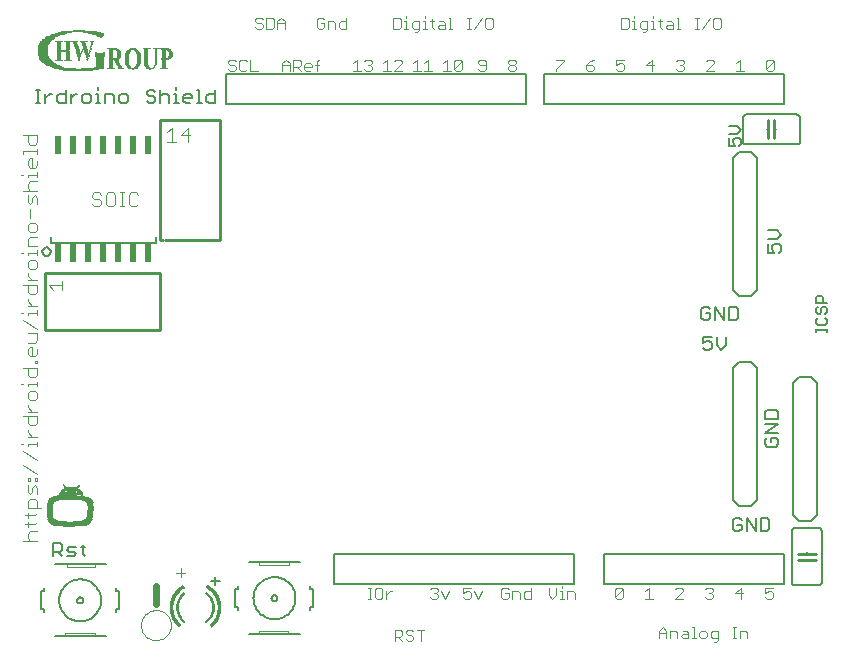
<source format=gto>
G75*
%MOIN*%
%OFA0B0*%
%FSLAX24Y24*%
%IPPOS*%
%LPD*%
%AMOC8*
5,1,8,0,0,1.08239X$1,22.5*
%
%ADD10C,0.0100*%
%ADD11C,0.0030*%
%ADD12C,0.0060*%
%ADD13C,0.0050*%
%ADD14C,0.0040*%
%ADD15C,0.0020*%
%ADD16C,0.0006*%
%ADD17C,0.0010*%
%ADD18C,0.0080*%
%ADD19R,0.0193X0.0598*%
%ADD20R,0.0193X0.0598*%
%ADD21R,0.0193X0.0598*%
%ADD22C,0.0240*%
%ADD23R,0.0400X0.0010*%
%ADD24R,0.0760X0.0010*%
%ADD25R,0.0960X0.0010*%
%ADD26R,0.1030X0.0010*%
%ADD27R,0.1120X0.0010*%
%ADD28R,0.1190X0.0010*%
%ADD29R,0.1220X0.0010*%
%ADD30R,0.1260X0.0010*%
%ADD31R,0.1300X0.0010*%
%ADD32R,0.1320X0.0010*%
%ADD33R,0.1350X0.0010*%
%ADD34R,0.1370X0.0010*%
%ADD35R,0.1380X0.0010*%
%ADD36R,0.1400X0.0010*%
%ADD37R,0.1420X0.0010*%
%ADD38R,0.0600X0.0010*%
%ADD39R,0.0610X0.0010*%
%ADD40R,0.0420X0.0010*%
%ADD41R,0.0330X0.0010*%
%ADD42R,0.0360X0.0010*%
%ADD43R,0.0320X0.0010*%
%ADD44R,0.0280X0.0010*%
%ADD45R,0.0300X0.0010*%
%ADD46R,0.0260X0.0010*%
%ADD47R,0.0270X0.0010*%
%ADD48R,0.0240X0.0010*%
%ADD49R,0.0250X0.0010*%
%ADD50R,0.0230X0.0010*%
%ADD51R,0.0220X0.0010*%
%ADD52R,0.0210X0.0010*%
%ADD53R,0.0200X0.0010*%
%ADD54R,0.0190X0.0010*%
%ADD55R,0.0180X0.0010*%
%ADD56R,0.0170X0.0010*%
%ADD57R,0.0480X0.0010*%
%ADD58R,0.1410X0.0010*%
%ADD59R,0.1390X0.0010*%
%ADD60R,0.1360X0.0010*%
%ADD61R,0.1330X0.0010*%
%ADD62R,0.1310X0.0010*%
%ADD63R,0.1210X0.0010*%
%ADD64R,0.1160X0.0010*%
%ADD65R,0.1090X0.0010*%
%ADD66R,0.0970X0.0010*%
%ADD67R,0.0840X0.0010*%
%ADD68R,0.0660X0.0010*%
%ADD69R,0.0050X0.0010*%
%ADD70R,0.0790X0.0010*%
%ADD71R,0.0800X0.0010*%
%ADD72R,0.0780X0.0010*%
%ADD73R,0.0310X0.0010*%
%ADD74R,0.0290X0.0010*%
%ADD75R,0.0150X0.0010*%
%ADD76R,0.0160X0.0010*%
%ADD77R,0.0140X0.0010*%
%ADD78R,0.0130X0.0010*%
%ADD79R,0.0640X0.0010*%
%ADD80R,0.0590X0.0010*%
%ADD81R,0.0560X0.0010*%
%ADD82R,0.0540X0.0010*%
%ADD83R,0.0500X0.0010*%
%ADD84R,0.0470X0.0010*%
%ADD85R,0.0430X0.0010*%
%ADD86R,0.0030X0.0010*%
%ADD87R,0.0040X0.0010*%
%ADD88R,0.0020X0.0010*%
%ADD89R,0.0496X0.0024*%
%ADD90R,0.1016X0.0024*%
%ADD91R,0.1346X0.0024*%
%ADD92R,0.0071X0.0024*%
%ADD93R,0.0094X0.0024*%
%ADD94R,0.0685X0.0024*%
%ADD95R,0.0732X0.0024*%
%ADD96R,0.0260X0.0024*%
%ADD97R,0.0189X0.0024*%
%ADD98R,0.0213X0.0024*%
%ADD99R,0.0283X0.0024*%
%ADD100R,0.0449X0.0024*%
%ADD101R,0.0165X0.0024*%
%ADD102R,0.0142X0.0024*%
%ADD103R,0.0118X0.0024*%
%ADD104R,0.0425X0.0024*%
%ADD105R,0.0354X0.0024*%
%ADD106R,0.0402X0.0024*%
%ADD107R,0.0024X0.0024*%
%ADD108R,0.0378X0.0024*%
%ADD109R,0.0047X0.0024*%
%ADD110R,0.0307X0.0024*%
%ADD111R,0.0331X0.0024*%
%ADD112R,0.0236X0.0024*%
%ADD113R,0.0520X0.0024*%
%ADD114R,0.0614X0.0024*%
%ADD115R,0.1205X0.0024*%
%ADD116R,0.0969X0.0024*%
D10*
X001354Y010982D02*
X001354Y012882D01*
X005204Y012882D01*
X005204Y010982D01*
X001354Y010982D01*
X005204Y013982D02*
X005204Y017982D01*
X007204Y017982D01*
X007204Y013982D01*
X005354Y013982D01*
X005304Y013982D02*
X005204Y013982D01*
X025468Y017354D02*
X025468Y017654D01*
X025468Y017954D01*
X025668Y017954D02*
X025668Y017654D01*
X025668Y017354D01*
X026446Y003518D02*
X026746Y003518D01*
X027046Y003518D01*
X027046Y003318D02*
X026746Y003318D01*
X026446Y003318D01*
D11*
X025612Y002385D02*
X025365Y002385D01*
X025365Y002200D01*
X025488Y002262D01*
X025550Y002262D01*
X025612Y002200D01*
X025612Y002077D01*
X025550Y002015D01*
X025427Y002015D01*
X025365Y002077D01*
X024612Y002200D02*
X024365Y002200D01*
X024550Y002385D01*
X024550Y002015D01*
X023612Y002077D02*
X023550Y002015D01*
X023427Y002015D01*
X023365Y002077D01*
X023488Y002200D02*
X023550Y002200D01*
X023612Y002138D01*
X023612Y002077D01*
X023550Y002200D02*
X023612Y002262D01*
X023612Y002324D01*
X023550Y002385D01*
X023427Y002385D01*
X023365Y002324D01*
X022612Y002324D02*
X022550Y002385D01*
X022427Y002385D01*
X022365Y002324D01*
X022612Y002324D02*
X022612Y002262D01*
X022365Y002015D01*
X022612Y002015D01*
X021612Y002015D02*
X021365Y002015D01*
X021488Y002015D02*
X021488Y002385D01*
X021365Y002262D01*
X020612Y002324D02*
X020612Y002077D01*
X020550Y002015D01*
X020427Y002015D01*
X020365Y002077D01*
X020612Y002324D01*
X020550Y002385D01*
X020427Y002385D01*
X020365Y002324D01*
X020365Y002077D01*
X019008Y002015D02*
X019008Y002200D01*
X018946Y002262D01*
X018761Y002262D01*
X018761Y002015D01*
X018639Y002015D02*
X018515Y002015D01*
X018577Y002015D02*
X018577Y002262D01*
X018515Y002262D01*
X018577Y002385D02*
X018577Y002447D01*
X018394Y002385D02*
X018394Y002138D01*
X018270Y002015D01*
X018147Y002138D01*
X018147Y002385D01*
X017552Y002385D02*
X017552Y002015D01*
X017367Y002015D01*
X017306Y002077D01*
X017306Y002200D01*
X017367Y002262D01*
X017552Y002262D01*
X017184Y002200D02*
X017184Y002015D01*
X017184Y002200D02*
X017122Y002262D01*
X016937Y002262D01*
X016937Y002015D01*
X016816Y002077D02*
X016816Y002200D01*
X016692Y002200D01*
X016569Y002077D02*
X016631Y002015D01*
X016754Y002015D01*
X016816Y002077D01*
X016816Y002324D02*
X016754Y002385D01*
X016631Y002385D01*
X016569Y002324D01*
X016569Y002077D01*
X015912Y002262D02*
X015789Y002015D01*
X015665Y002262D01*
X015544Y002200D02*
X015544Y002077D01*
X015482Y002015D01*
X015359Y002015D01*
X015297Y002077D01*
X015297Y002200D02*
X015420Y002262D01*
X015482Y002262D01*
X015544Y002200D01*
X015544Y002385D02*
X015297Y002385D01*
X015297Y002200D01*
X014812Y002262D02*
X014689Y002015D01*
X014565Y002262D01*
X014444Y002262D02*
X014382Y002200D01*
X014444Y002138D01*
X014444Y002077D01*
X014382Y002015D01*
X014259Y002015D01*
X014197Y002077D01*
X014320Y002200D02*
X014382Y002200D01*
X014444Y002262D02*
X014444Y002324D01*
X014382Y002385D01*
X014259Y002385D01*
X014197Y002324D01*
X012910Y002262D02*
X012848Y002262D01*
X012725Y002138D01*
X012725Y002015D02*
X012725Y002262D01*
X012603Y002324D02*
X012542Y002385D01*
X012418Y002385D01*
X012357Y002324D01*
X012357Y002077D01*
X012418Y002015D01*
X012542Y002015D01*
X012603Y002077D01*
X012603Y002324D01*
X012234Y002385D02*
X012111Y002385D01*
X012173Y002385D02*
X012173Y002015D01*
X012234Y002015D02*
X012111Y002015D01*
X013011Y000985D02*
X013196Y000985D01*
X013258Y000924D01*
X013258Y000800D01*
X013196Y000738D01*
X013011Y000738D01*
X013011Y000615D02*
X013011Y000985D01*
X013134Y000738D02*
X013258Y000615D01*
X013379Y000677D02*
X013441Y000615D01*
X013564Y000615D01*
X013626Y000677D01*
X013626Y000738D01*
X013564Y000800D01*
X013441Y000800D01*
X013379Y000862D01*
X013379Y000924D01*
X013441Y000985D01*
X013564Y000985D01*
X013626Y000924D01*
X013748Y000985D02*
X013995Y000985D01*
X013871Y000985D02*
X013871Y000615D01*
X021819Y000697D02*
X021819Y000944D01*
X021942Y001067D01*
X022066Y000944D01*
X022066Y000697D01*
X022066Y000944D01*
X021942Y001067D01*
X021819Y000944D01*
X021819Y000697D01*
X021819Y000882D02*
X022066Y000882D01*
X021819Y000882D01*
X022187Y000944D02*
X022187Y000697D01*
X022187Y000944D01*
X022372Y000944D01*
X022434Y000882D01*
X022434Y000697D01*
X022434Y000882D01*
X022372Y000944D01*
X022187Y000944D01*
X022556Y000759D02*
X022617Y000820D01*
X022802Y000820D01*
X022617Y000820D01*
X022556Y000759D01*
X022617Y000697D01*
X022802Y000697D01*
X022802Y000882D01*
X022741Y000944D01*
X022617Y000944D01*
X022741Y000944D01*
X022802Y000882D01*
X022802Y000697D01*
X022617Y000697D01*
X022556Y000759D01*
X022924Y000697D02*
X023047Y000697D01*
X022924Y000697D01*
X022986Y000697D02*
X022986Y001067D01*
X022924Y001067D01*
X022986Y001067D01*
X022986Y000697D01*
X023169Y000759D02*
X023169Y000882D01*
X023231Y000944D01*
X023355Y000944D01*
X023416Y000882D01*
X023416Y000759D01*
X023355Y000697D01*
X023231Y000697D01*
X023169Y000759D01*
X023231Y000697D01*
X023355Y000697D01*
X023416Y000759D01*
X023416Y000882D01*
X023355Y000944D01*
X023231Y000944D01*
X023169Y000882D01*
X023169Y000759D01*
X023538Y000759D02*
X023538Y000882D01*
X023599Y000944D01*
X023785Y000944D01*
X023785Y000635D01*
X023723Y000574D01*
X023661Y000574D01*
X023723Y000574D01*
X023785Y000635D01*
X023785Y000944D01*
X023599Y000944D01*
X023538Y000882D01*
X023538Y000759D01*
X023599Y000697D01*
X023785Y000697D01*
X023599Y000697D01*
X023538Y000759D01*
X024274Y000697D02*
X024398Y000697D01*
X024274Y000697D01*
X024336Y000697D02*
X024336Y001067D01*
X024336Y000697D01*
X024520Y000697D02*
X024520Y000944D01*
X024705Y000944D01*
X024767Y000882D01*
X024767Y000697D01*
X024767Y000882D01*
X024705Y000944D01*
X024520Y000944D01*
X024520Y000697D01*
X024398Y001067D02*
X024274Y001067D01*
X024398Y001067D01*
X024397Y019615D02*
X024644Y019615D01*
X024520Y019615D02*
X024520Y019985D01*
X024397Y019862D01*
X023644Y019862D02*
X023644Y019924D01*
X023582Y019985D01*
X023458Y019985D01*
X023397Y019924D01*
X023644Y019862D02*
X023397Y019615D01*
X023644Y019615D01*
X022644Y019677D02*
X022582Y019615D01*
X022458Y019615D01*
X022397Y019677D01*
X022520Y019800D02*
X022582Y019800D01*
X022644Y019738D01*
X022644Y019677D01*
X022582Y019800D02*
X022644Y019862D01*
X022644Y019924D01*
X022582Y019985D01*
X022458Y019985D01*
X022397Y019924D01*
X021644Y019800D02*
X021397Y019800D01*
X021582Y019985D01*
X021582Y019615D01*
X020644Y019677D02*
X020582Y019615D01*
X020458Y019615D01*
X020397Y019677D01*
X020397Y019800D02*
X020520Y019862D01*
X020582Y019862D01*
X020644Y019800D01*
X020644Y019677D01*
X020397Y019800D02*
X020397Y019985D01*
X020644Y019985D01*
X019644Y019985D02*
X019520Y019924D01*
X019397Y019800D01*
X019582Y019800D01*
X019644Y019738D01*
X019644Y019677D01*
X019582Y019615D01*
X019458Y019615D01*
X019397Y019677D01*
X019397Y019800D01*
X018644Y019924D02*
X018397Y019677D01*
X018397Y019615D01*
X018397Y019985D02*
X018644Y019985D01*
X018644Y019924D01*
X017044Y019924D02*
X017044Y019862D01*
X016982Y019800D01*
X016858Y019800D01*
X016797Y019862D01*
X016797Y019924D01*
X016858Y019985D01*
X016982Y019985D01*
X017044Y019924D01*
X016982Y019800D02*
X017044Y019738D01*
X017044Y019677D01*
X016982Y019615D01*
X016858Y019615D01*
X016797Y019677D01*
X016797Y019738D01*
X016858Y019800D01*
X016044Y019800D02*
X015858Y019800D01*
X015797Y019862D01*
X015797Y019924D01*
X015858Y019985D01*
X015982Y019985D01*
X016044Y019924D01*
X016044Y019677D01*
X015982Y019615D01*
X015858Y019615D01*
X015797Y019677D01*
X015244Y019677D02*
X015244Y019924D01*
X014997Y019677D01*
X015058Y019615D01*
X015182Y019615D01*
X015244Y019677D01*
X014997Y019677D02*
X014997Y019924D01*
X015058Y019985D01*
X015182Y019985D01*
X015244Y019924D01*
X014752Y019985D02*
X014752Y019615D01*
X014875Y019615D02*
X014628Y019615D01*
X014628Y019862D02*
X014752Y019985D01*
X014244Y019615D02*
X013997Y019615D01*
X013875Y019615D02*
X013628Y019615D01*
X013752Y019615D02*
X013752Y019985D01*
X013628Y019862D01*
X013997Y019862D02*
X014120Y019985D01*
X014120Y019615D01*
X013244Y019615D02*
X012997Y019615D01*
X013244Y019862D01*
X013244Y019924D01*
X013182Y019985D01*
X013058Y019985D01*
X012997Y019924D01*
X012752Y019985D02*
X012628Y019862D01*
X012752Y019985D02*
X012752Y019615D01*
X012875Y019615D02*
X012628Y019615D01*
X012244Y019677D02*
X012244Y019738D01*
X012182Y019800D01*
X012120Y019800D01*
X012182Y019800D02*
X012244Y019862D01*
X012244Y019924D01*
X012182Y019985D01*
X012058Y019985D01*
X011997Y019924D01*
X011752Y019985D02*
X011752Y019615D01*
X011875Y019615D02*
X011628Y019615D01*
X011628Y019862D02*
X011752Y019985D01*
X011997Y019677D02*
X012058Y019615D01*
X012182Y019615D01*
X012244Y019677D01*
X013702Y020892D02*
X013764Y020892D01*
X013826Y020953D01*
X013826Y021262D01*
X013641Y021262D01*
X013579Y021200D01*
X013579Y021077D01*
X013641Y021015D01*
X013826Y021015D01*
X013641Y021015D01*
X013579Y021077D01*
X013579Y021200D01*
X013641Y021262D01*
X013826Y021262D01*
X013826Y020953D01*
X013764Y020892D01*
X013702Y020892D01*
X013947Y021015D02*
X014071Y021015D01*
X013947Y021015D01*
X014009Y021015D02*
X014009Y021262D01*
X013947Y021262D01*
X014009Y021262D01*
X014009Y021015D01*
X014254Y021077D02*
X014254Y021324D01*
X014254Y021077D01*
X014316Y021015D01*
X014254Y021077D01*
X014438Y021077D02*
X014500Y021138D01*
X014685Y021138D01*
X014500Y021138D01*
X014438Y021077D01*
X014500Y021015D01*
X014685Y021015D01*
X014685Y021200D01*
X014623Y021262D01*
X014500Y021262D01*
X014623Y021262D01*
X014685Y021200D01*
X014685Y021015D01*
X014500Y021015D01*
X014438Y021077D01*
X014316Y021262D02*
X014193Y021262D01*
X014316Y021262D01*
X014009Y021385D02*
X014009Y021447D01*
X014009Y021385D01*
X013395Y021385D02*
X013395Y021447D01*
X013395Y021385D01*
X013395Y021262D02*
X013395Y021015D01*
X013395Y021262D01*
X013333Y021262D01*
X013395Y021262D01*
X013212Y021324D02*
X013212Y021077D01*
X013150Y021015D01*
X012965Y021015D01*
X012965Y021385D01*
X013150Y021385D01*
X013212Y021324D01*
X013150Y021385D01*
X012965Y021385D01*
X012965Y021015D01*
X013150Y021015D01*
X013212Y021077D01*
X013212Y021324D01*
X013333Y021015D02*
X013457Y021015D01*
X013333Y021015D01*
X014807Y021015D02*
X014930Y021015D01*
X014807Y021015D01*
X014868Y021015D02*
X014868Y021385D01*
X014807Y021385D01*
X014868Y021385D01*
X014868Y021015D01*
X015420Y021015D02*
X015544Y021015D01*
X015420Y021015D01*
X015482Y021015D02*
X015482Y021385D01*
X015482Y021015D01*
X015666Y021015D02*
X015913Y021385D01*
X015666Y021015D01*
X016034Y021077D02*
X016034Y021324D01*
X016096Y021385D01*
X016219Y021385D01*
X016281Y021324D01*
X016281Y021077D01*
X016219Y021015D01*
X016096Y021015D01*
X016034Y021077D01*
X016096Y021015D01*
X016219Y021015D01*
X016281Y021077D01*
X016281Y021324D01*
X016219Y021385D01*
X016096Y021385D01*
X016034Y021324D01*
X016034Y021077D01*
X015544Y021385D02*
X015420Y021385D01*
X015544Y021385D01*
X011399Y021385D02*
X011399Y021015D01*
X011213Y021015D01*
X011152Y021077D01*
X011152Y021200D01*
X011213Y021262D01*
X011399Y021262D01*
X011030Y021200D02*
X011030Y021015D01*
X011030Y021200D02*
X010968Y021262D01*
X010783Y021262D01*
X010783Y021015D01*
X010662Y021077D02*
X010662Y021200D01*
X010538Y021200D01*
X010415Y021077D02*
X010415Y021324D01*
X010477Y021385D01*
X010600Y021385D01*
X010662Y021324D01*
X010662Y021077D02*
X010600Y021015D01*
X010477Y021015D01*
X010415Y021077D01*
X009349Y021015D02*
X009349Y021262D01*
X009225Y021385D01*
X009102Y021262D01*
X009102Y021015D01*
X008980Y021077D02*
X008980Y021324D01*
X008918Y021385D01*
X008733Y021385D01*
X008733Y021015D01*
X008918Y021015D01*
X008980Y021077D01*
X009102Y021200D02*
X009349Y021200D01*
X008612Y021138D02*
X008612Y021077D01*
X008550Y021015D01*
X008427Y021015D01*
X008365Y021077D01*
X008427Y021200D02*
X008550Y021200D01*
X008612Y021138D01*
X008612Y021324D02*
X008550Y021385D01*
X008427Y021385D01*
X008365Y021324D01*
X008365Y021262D01*
X008427Y021200D01*
X008202Y019985D02*
X008202Y019615D01*
X008449Y019615D01*
X008080Y019677D02*
X008018Y019615D01*
X007895Y019615D01*
X007833Y019677D01*
X007833Y019924D01*
X007895Y019985D01*
X008018Y019985D01*
X008080Y019924D01*
X007712Y019924D02*
X007650Y019985D01*
X007527Y019985D01*
X007465Y019924D01*
X007465Y019862D01*
X007527Y019800D01*
X007650Y019800D01*
X007712Y019738D01*
X007712Y019677D01*
X007650Y019615D01*
X007527Y019615D01*
X007465Y019677D01*
X009265Y019615D02*
X009265Y019862D01*
X009388Y019985D01*
X009512Y019862D01*
X009512Y019615D01*
X009633Y019615D02*
X009633Y019985D01*
X009818Y019985D01*
X009880Y019924D01*
X009880Y019800D01*
X009818Y019738D01*
X009633Y019738D01*
X009757Y019738D02*
X009880Y019615D01*
X010002Y019677D02*
X010002Y019800D01*
X010063Y019862D01*
X010187Y019862D01*
X010249Y019800D01*
X010249Y019738D01*
X010002Y019738D01*
X010002Y019677D02*
X010063Y019615D01*
X010187Y019615D01*
X010432Y019615D02*
X010432Y019924D01*
X010493Y019985D01*
X010493Y019800D02*
X010370Y019800D01*
X009512Y019800D02*
X009265Y019800D01*
X020565Y021015D02*
X020750Y021015D01*
X020812Y021077D01*
X020812Y021324D01*
X020750Y021385D01*
X020565Y021385D01*
X020565Y021015D01*
X020750Y021015D01*
X020812Y021077D01*
X020812Y021324D01*
X020750Y021385D01*
X020565Y021385D01*
X020565Y021015D01*
X020933Y021015D02*
X021057Y021015D01*
X020933Y021015D01*
X020995Y021015D02*
X020995Y021262D01*
X020933Y021262D01*
X020995Y021262D01*
X020995Y021015D01*
X021179Y021077D02*
X021241Y021015D01*
X021426Y021015D01*
X021241Y021015D01*
X021179Y021077D01*
X021179Y021200D01*
X021241Y021262D01*
X021426Y021262D01*
X021426Y020953D01*
X021364Y020892D01*
X021302Y020892D01*
X021364Y020892D01*
X021426Y020953D01*
X021426Y021262D01*
X021241Y021262D01*
X021179Y021200D01*
X021179Y021077D01*
X020995Y021385D02*
X020995Y021447D01*
X020995Y021385D01*
X021547Y021262D02*
X021609Y021262D01*
X021609Y021015D01*
X021609Y021262D01*
X021547Y021262D01*
X021609Y021385D02*
X021609Y021447D01*
X021609Y021385D01*
X021793Y021262D02*
X021916Y021262D01*
X021793Y021262D01*
X021854Y021324D02*
X021854Y021077D01*
X021916Y021015D01*
X021854Y021077D01*
X021854Y021324D01*
X022100Y021262D02*
X022223Y021262D01*
X022285Y021200D01*
X022285Y021015D01*
X022100Y021015D01*
X022038Y021077D01*
X022100Y021138D01*
X022285Y021138D01*
X022100Y021138D01*
X022038Y021077D01*
X022100Y021015D01*
X022285Y021015D01*
X022285Y021200D01*
X022223Y021262D01*
X022100Y021262D01*
X022407Y021385D02*
X022468Y021385D01*
X022468Y021015D01*
X022468Y021385D01*
X022407Y021385D01*
X022407Y021015D02*
X022530Y021015D01*
X022407Y021015D01*
X021671Y021015D02*
X021547Y021015D01*
X021671Y021015D01*
X023020Y021015D02*
X023144Y021015D01*
X023020Y021015D01*
X023082Y021015D02*
X023082Y021385D01*
X023082Y021015D01*
X023266Y021015D02*
X023513Y021385D01*
X023266Y021015D01*
X023144Y021385D02*
X023020Y021385D01*
X023144Y021385D01*
X023634Y021324D02*
X023634Y021077D01*
X023696Y021015D01*
X023819Y021015D01*
X023881Y021077D01*
X023881Y021324D01*
X023819Y021385D01*
X023696Y021385D01*
X023634Y021324D01*
X023634Y021077D01*
X023696Y021015D01*
X023819Y021015D01*
X023881Y021077D01*
X023881Y021324D01*
X023819Y021385D01*
X023696Y021385D01*
X023634Y021324D01*
X025397Y019924D02*
X025458Y019985D01*
X025582Y019985D01*
X025644Y019924D01*
X025397Y019677D01*
X025458Y019615D01*
X025582Y019615D01*
X025644Y019677D01*
X025644Y019924D01*
X025397Y019924D02*
X025397Y019677D01*
D12*
X002024Y000757D02*
X001674Y000757D01*
X002024Y000757D02*
X003024Y000757D01*
X003374Y000757D01*
X003724Y001557D02*
X003724Y001657D01*
X003824Y001657D01*
X003824Y002257D01*
X003724Y002257D01*
X003724Y002357D01*
X003374Y003157D02*
X003024Y003157D01*
X002074Y003157D01*
X001674Y003157D01*
X001630Y003430D02*
X001630Y003870D01*
X001850Y003870D01*
X001924Y003797D01*
X001924Y003650D01*
X001850Y003577D01*
X001630Y003577D01*
X001777Y003577D02*
X001924Y003430D01*
X002090Y003430D02*
X002311Y003430D01*
X002384Y003503D01*
X002311Y003577D01*
X002164Y003577D01*
X002090Y003650D01*
X002164Y003724D01*
X002384Y003724D01*
X002551Y003724D02*
X002698Y003724D01*
X002624Y003797D02*
X002624Y003503D01*
X002698Y003430D01*
X001324Y002357D02*
X001324Y002257D01*
X001224Y002257D01*
X001224Y001657D01*
X001324Y001657D01*
X001324Y001557D01*
X002424Y001957D02*
X002426Y001977D01*
X002432Y001995D01*
X002441Y002013D01*
X002453Y002028D01*
X002468Y002040D01*
X002486Y002049D01*
X002504Y002055D01*
X002524Y002057D01*
X002544Y002055D01*
X002562Y002049D01*
X002580Y002040D01*
X002595Y002028D01*
X002607Y002013D01*
X002616Y001995D01*
X002622Y001977D01*
X002624Y001957D01*
X002622Y001937D01*
X002616Y001919D01*
X002607Y001901D01*
X002595Y001886D01*
X002580Y001874D01*
X002562Y001865D01*
X002544Y001859D01*
X002524Y001857D01*
X002504Y001859D01*
X002486Y001865D01*
X002468Y001874D01*
X002453Y001886D01*
X002441Y001901D01*
X002432Y001919D01*
X002426Y001937D01*
X002424Y001957D01*
X001824Y001957D02*
X001826Y002009D01*
X001832Y002061D01*
X001842Y002113D01*
X001855Y002163D01*
X001872Y002213D01*
X001893Y002261D01*
X001918Y002307D01*
X001946Y002351D01*
X001977Y002393D01*
X002011Y002433D01*
X002048Y002470D01*
X002088Y002504D01*
X002130Y002535D01*
X002174Y002563D01*
X002220Y002588D01*
X002268Y002609D01*
X002318Y002626D01*
X002368Y002639D01*
X002420Y002649D01*
X002472Y002655D01*
X002524Y002657D01*
X002576Y002655D01*
X002628Y002649D01*
X002680Y002639D01*
X002730Y002626D01*
X002780Y002609D01*
X002828Y002588D01*
X002874Y002563D01*
X002918Y002535D01*
X002960Y002504D01*
X003000Y002470D01*
X003037Y002433D01*
X003071Y002393D01*
X003102Y002351D01*
X003130Y002307D01*
X003155Y002261D01*
X003176Y002213D01*
X003193Y002163D01*
X003206Y002113D01*
X003216Y002061D01*
X003222Y002009D01*
X003224Y001957D01*
X003222Y001905D01*
X003216Y001853D01*
X003206Y001801D01*
X003193Y001751D01*
X003176Y001701D01*
X003155Y001653D01*
X003130Y001607D01*
X003102Y001563D01*
X003071Y001521D01*
X003037Y001481D01*
X003000Y001444D01*
X002960Y001410D01*
X002918Y001379D01*
X002874Y001351D01*
X002828Y001326D01*
X002780Y001305D01*
X002730Y001288D01*
X002680Y001275D01*
X002628Y001265D01*
X002576Y001259D01*
X002524Y001257D01*
X002472Y001259D01*
X002420Y001265D01*
X002368Y001275D01*
X002318Y001288D01*
X002268Y001305D01*
X002220Y001326D01*
X002174Y001351D01*
X002130Y001379D01*
X002088Y001410D01*
X002048Y001444D01*
X002011Y001481D01*
X001977Y001521D01*
X001946Y001563D01*
X001918Y001607D01*
X001893Y001653D01*
X001872Y001701D01*
X001855Y001751D01*
X001842Y001801D01*
X001832Y001853D01*
X001826Y001905D01*
X001824Y001957D01*
X007704Y001732D02*
X007804Y001732D01*
X007804Y001632D01*
X007704Y001732D02*
X007704Y002332D01*
X007804Y002332D01*
X007804Y002432D01*
X008154Y003232D02*
X008504Y003232D01*
X009504Y003232D01*
X009854Y003232D01*
X010204Y002432D02*
X010204Y002332D01*
X010304Y002332D01*
X010304Y001732D01*
X010204Y001732D01*
X010204Y001632D01*
X009854Y000832D02*
X009454Y000832D01*
X008504Y000832D01*
X008154Y000832D01*
X008904Y002032D02*
X008906Y002052D01*
X008912Y002070D01*
X008921Y002088D01*
X008933Y002103D01*
X008948Y002115D01*
X008966Y002124D01*
X008984Y002130D01*
X009004Y002132D01*
X009024Y002130D01*
X009042Y002124D01*
X009060Y002115D01*
X009075Y002103D01*
X009087Y002088D01*
X009096Y002070D01*
X009102Y002052D01*
X009104Y002032D01*
X009102Y002012D01*
X009096Y001994D01*
X009087Y001976D01*
X009075Y001961D01*
X009060Y001949D01*
X009042Y001940D01*
X009024Y001934D01*
X009004Y001932D01*
X008984Y001934D01*
X008966Y001940D01*
X008948Y001949D01*
X008933Y001961D01*
X008921Y001976D01*
X008912Y001994D01*
X008906Y002012D01*
X008904Y002032D01*
X008304Y002032D02*
X008306Y002084D01*
X008312Y002136D01*
X008322Y002188D01*
X008335Y002238D01*
X008352Y002288D01*
X008373Y002336D01*
X008398Y002382D01*
X008426Y002426D01*
X008457Y002468D01*
X008491Y002508D01*
X008528Y002545D01*
X008568Y002579D01*
X008610Y002610D01*
X008654Y002638D01*
X008700Y002663D01*
X008748Y002684D01*
X008798Y002701D01*
X008848Y002714D01*
X008900Y002724D01*
X008952Y002730D01*
X009004Y002732D01*
X009056Y002730D01*
X009108Y002724D01*
X009160Y002714D01*
X009210Y002701D01*
X009260Y002684D01*
X009308Y002663D01*
X009354Y002638D01*
X009398Y002610D01*
X009440Y002579D01*
X009480Y002545D01*
X009517Y002508D01*
X009551Y002468D01*
X009582Y002426D01*
X009610Y002382D01*
X009635Y002336D01*
X009656Y002288D01*
X009673Y002238D01*
X009686Y002188D01*
X009696Y002136D01*
X009702Y002084D01*
X009704Y002032D01*
X009702Y001980D01*
X009696Y001928D01*
X009686Y001876D01*
X009673Y001826D01*
X009656Y001776D01*
X009635Y001728D01*
X009610Y001682D01*
X009582Y001638D01*
X009551Y001596D01*
X009517Y001556D01*
X009480Y001519D01*
X009440Y001485D01*
X009398Y001454D01*
X009354Y001426D01*
X009308Y001401D01*
X009260Y001380D01*
X009210Y001363D01*
X009160Y001350D01*
X009108Y001340D01*
X009056Y001334D01*
X009004Y001332D01*
X008952Y001334D01*
X008900Y001340D01*
X008848Y001350D01*
X008798Y001363D01*
X008748Y001380D01*
X008700Y001401D01*
X008654Y001426D01*
X008610Y001454D01*
X008568Y001485D01*
X008528Y001519D01*
X008491Y001556D01*
X008457Y001596D01*
X008426Y001638D01*
X008398Y001682D01*
X008373Y001728D01*
X008352Y001776D01*
X008335Y001826D01*
X008322Y001876D01*
X008312Y001928D01*
X008306Y001980D01*
X008304Y002032D01*
X023284Y010385D02*
X023357Y010312D01*
X023504Y010312D01*
X023578Y010385D01*
X023578Y010532D01*
X023504Y010606D01*
X023431Y010606D01*
X023284Y010532D01*
X023284Y010752D01*
X023578Y010752D01*
X023744Y010752D02*
X023744Y010459D01*
X023891Y010312D01*
X024038Y010459D01*
X024038Y010752D01*
X023988Y011312D02*
X023988Y011752D01*
X024155Y011752D02*
X024375Y011752D01*
X024448Y011679D01*
X024448Y011385D01*
X024375Y011312D01*
X024155Y011312D01*
X024155Y011752D01*
X023694Y011752D02*
X023694Y011312D01*
X023528Y011385D02*
X023528Y011532D01*
X023381Y011532D01*
X023528Y011385D02*
X023454Y011312D01*
X023307Y011312D01*
X023234Y011385D01*
X023234Y011679D01*
X023307Y011752D01*
X023454Y011752D01*
X023528Y011679D01*
X023694Y011752D02*
X023988Y011312D01*
X025448Y013534D02*
X025668Y013534D01*
X025594Y013681D01*
X025594Y013754D01*
X025668Y013828D01*
X025815Y013828D01*
X025888Y013754D01*
X025888Y013607D01*
X025815Y013534D01*
X025448Y013534D02*
X025448Y013828D01*
X025448Y013994D02*
X025741Y013994D01*
X025888Y014141D01*
X025741Y014288D01*
X025448Y014288D01*
X024718Y017154D02*
X026418Y017154D01*
X026435Y017156D01*
X026452Y017160D01*
X026468Y017167D01*
X026482Y017177D01*
X026495Y017190D01*
X026505Y017204D01*
X026512Y017220D01*
X026516Y017237D01*
X026518Y017254D01*
X026518Y018054D01*
X026516Y018071D01*
X026512Y018088D01*
X026505Y018104D01*
X026495Y018118D01*
X026482Y018131D01*
X026468Y018141D01*
X026452Y018148D01*
X026435Y018152D01*
X026418Y018154D01*
X024718Y018154D01*
X024701Y018152D01*
X024684Y018148D01*
X024668Y018141D01*
X024654Y018131D01*
X024641Y018118D01*
X024631Y018104D01*
X024624Y018088D01*
X024620Y018071D01*
X024618Y018054D01*
X024618Y017254D01*
X024620Y017237D01*
X024624Y017220D01*
X024631Y017204D01*
X024641Y017190D01*
X024654Y017177D01*
X024668Y017167D01*
X024684Y017160D01*
X024701Y017156D01*
X024718Y017154D01*
X025418Y017654D02*
X025468Y017654D01*
X025668Y017654D02*
X025718Y017654D01*
X025715Y008298D02*
X025421Y008298D01*
X025348Y008225D01*
X025348Y008005D01*
X025788Y008005D01*
X025788Y008225D01*
X025715Y008298D01*
X025788Y007838D02*
X025348Y007838D01*
X025348Y007544D02*
X025788Y007838D01*
X025788Y007544D02*
X025348Y007544D01*
X025421Y007378D02*
X025348Y007304D01*
X025348Y007157D01*
X025421Y007084D01*
X025715Y007084D01*
X025788Y007157D01*
X025788Y007304D01*
X025715Y007378D01*
X025568Y007378D01*
X025568Y007231D01*
X025425Y004702D02*
X025205Y004702D01*
X025205Y004262D01*
X025425Y004262D01*
X025498Y004335D01*
X025498Y004629D01*
X025425Y004702D01*
X025038Y004702D02*
X025038Y004262D01*
X024744Y004702D01*
X024744Y004262D01*
X024578Y004335D02*
X024578Y004482D01*
X024431Y004482D01*
X024578Y004335D02*
X024504Y004262D01*
X024357Y004262D01*
X024284Y004335D01*
X024284Y004629D01*
X024357Y004702D01*
X024504Y004702D01*
X024578Y004629D01*
X026246Y004268D02*
X026246Y002568D01*
X026248Y002551D01*
X026252Y002534D01*
X026259Y002518D01*
X026269Y002504D01*
X026282Y002491D01*
X026296Y002481D01*
X026312Y002474D01*
X026329Y002470D01*
X026346Y002468D01*
X027146Y002468D01*
X027163Y002470D01*
X027180Y002474D01*
X027196Y002481D01*
X027210Y002491D01*
X027223Y002504D01*
X027233Y002518D01*
X027240Y002534D01*
X027244Y002551D01*
X027246Y002568D01*
X027246Y004268D01*
X027244Y004285D01*
X027240Y004302D01*
X027233Y004318D01*
X027223Y004332D01*
X027210Y004345D01*
X027196Y004355D01*
X027180Y004362D01*
X027163Y004366D01*
X027146Y004368D01*
X026346Y004368D01*
X026329Y004366D01*
X026312Y004362D01*
X026296Y004355D01*
X026282Y004345D01*
X026269Y004332D01*
X026259Y004318D01*
X026252Y004302D01*
X026248Y004285D01*
X026246Y004268D01*
X026746Y003568D02*
X026746Y003518D01*
X026746Y003318D02*
X026746Y003268D01*
X007027Y018544D02*
X006807Y018544D01*
X006734Y018617D01*
X006734Y018764D01*
X006807Y018838D01*
X007027Y018838D01*
X007027Y018984D02*
X007027Y018544D01*
X006574Y018544D02*
X006427Y018544D01*
X006500Y018544D02*
X006500Y018984D01*
X006427Y018984D01*
X006260Y018764D02*
X006260Y018691D01*
X005966Y018691D01*
X005966Y018764D02*
X006040Y018838D01*
X006187Y018838D01*
X006260Y018764D01*
X006187Y018544D02*
X006040Y018544D01*
X005966Y018617D01*
X005966Y018764D01*
X005733Y018838D02*
X005733Y018544D01*
X005806Y018544D02*
X005659Y018544D01*
X005493Y018544D02*
X005493Y018764D01*
X005419Y018838D01*
X005272Y018838D01*
X005199Y018764D01*
X005032Y018691D02*
X005032Y018617D01*
X004959Y018544D01*
X004812Y018544D01*
X004739Y018617D01*
X004812Y018764D02*
X004959Y018764D01*
X005032Y018691D01*
X005032Y018911D02*
X004959Y018984D01*
X004812Y018984D01*
X004739Y018911D01*
X004739Y018838D01*
X004812Y018764D01*
X005199Y018984D02*
X005199Y018544D01*
X005659Y018838D02*
X005733Y018838D01*
X005733Y018984D02*
X005733Y019058D01*
X004111Y018764D02*
X004038Y018838D01*
X003891Y018838D01*
X003818Y018764D01*
X003818Y018617D01*
X003891Y018544D01*
X004038Y018544D01*
X004111Y018617D01*
X004111Y018764D01*
X003651Y018764D02*
X003651Y018544D01*
X003651Y018764D02*
X003578Y018838D01*
X003357Y018838D01*
X003357Y018544D01*
X003197Y018544D02*
X003051Y018544D01*
X003124Y018544D02*
X003124Y018838D01*
X003051Y018838D01*
X003124Y018984D02*
X003124Y019058D01*
X002884Y018764D02*
X002810Y018838D01*
X002664Y018838D01*
X002590Y018764D01*
X002590Y018617D01*
X002664Y018544D01*
X002810Y018544D01*
X002884Y018617D01*
X002884Y018764D01*
X002427Y018838D02*
X002353Y018838D01*
X002206Y018691D01*
X002206Y018544D02*
X002206Y018838D01*
X002040Y018838D02*
X001819Y018838D01*
X001746Y018764D01*
X001746Y018617D01*
X001819Y018544D01*
X002040Y018544D01*
X002040Y018984D01*
X001583Y018838D02*
X001509Y018838D01*
X001362Y018691D01*
X001362Y018544D02*
X001362Y018838D01*
X001202Y018984D02*
X001056Y018984D01*
X001129Y018984D02*
X001129Y018544D01*
X001056Y018544D02*
X001202Y018544D01*
D13*
X007400Y018500D02*
X007400Y019500D01*
X017400Y019500D01*
X017400Y018500D01*
X007400Y018500D01*
X001263Y013582D02*
X001265Y013605D01*
X001271Y013628D01*
X001280Y013649D01*
X001293Y013669D01*
X001309Y013686D01*
X001327Y013700D01*
X001347Y013711D01*
X001369Y013719D01*
X001392Y013723D01*
X001416Y013723D01*
X001439Y013719D01*
X001461Y013711D01*
X001481Y013700D01*
X001499Y013686D01*
X001515Y013669D01*
X001528Y013649D01*
X001537Y013628D01*
X001543Y013605D01*
X001545Y013582D01*
X001543Y013559D01*
X001537Y013536D01*
X001528Y013515D01*
X001515Y013495D01*
X001499Y013478D01*
X001481Y013464D01*
X001461Y013453D01*
X001439Y013445D01*
X001416Y013441D01*
X001392Y013441D01*
X001369Y013445D01*
X001347Y013453D01*
X001327Y013464D01*
X001309Y013478D01*
X001293Y013495D01*
X001280Y013515D01*
X001271Y013536D01*
X001265Y013559D01*
X001263Y013582D01*
X011000Y003500D02*
X019000Y003500D01*
X019000Y002500D01*
X011000Y002500D01*
X011000Y003500D01*
X007184Y002612D02*
X006874Y002612D01*
X007034Y002752D02*
X007034Y002462D01*
X020000Y002500D02*
X020000Y003500D01*
X026000Y003500D01*
X026000Y002500D01*
X020000Y002500D01*
X024300Y005300D02*
X024300Y009700D01*
X024500Y009900D01*
X024900Y009900D01*
X025100Y009700D01*
X025100Y005300D01*
X024900Y005100D01*
X024500Y005100D01*
X024300Y005300D01*
X026300Y004800D02*
X026300Y009200D01*
X026500Y009400D01*
X026900Y009400D01*
X027100Y009200D01*
X027100Y004800D01*
X026900Y004600D01*
X026500Y004600D01*
X026300Y004800D01*
X027056Y010898D02*
X027056Y011015D01*
X027056Y010956D02*
X027406Y010956D01*
X027406Y010898D02*
X027406Y011015D01*
X027348Y011144D02*
X027115Y011144D01*
X027056Y011202D01*
X027056Y011319D01*
X027115Y011377D01*
X027115Y011512D02*
X027173Y011512D01*
X027231Y011570D01*
X027231Y011687D01*
X027290Y011745D01*
X027348Y011745D01*
X027406Y011687D01*
X027406Y011570D01*
X027348Y011512D01*
X027348Y011377D02*
X027406Y011319D01*
X027406Y011202D01*
X027348Y011144D01*
X027115Y011512D02*
X027056Y011570D01*
X027056Y011687D01*
X027115Y011745D01*
X027056Y011880D02*
X027056Y012055D01*
X027115Y012114D01*
X027231Y012114D01*
X027290Y012055D01*
X027290Y011880D01*
X027406Y011880D02*
X027056Y011880D01*
X025100Y012300D02*
X024900Y012100D01*
X024500Y012100D01*
X024300Y012300D01*
X024300Y016700D01*
X024500Y016900D01*
X024900Y016900D01*
X025100Y016700D01*
X025100Y012300D01*
X024490Y017092D02*
X024557Y017159D01*
X024557Y017292D01*
X024490Y017359D01*
X024357Y017359D01*
X024290Y017292D01*
X024290Y017226D01*
X024357Y017092D01*
X024157Y017092D01*
X024157Y017359D01*
X024157Y017507D02*
X024424Y017507D01*
X024557Y017640D01*
X024424Y017774D01*
X024157Y017774D01*
X026000Y018500D02*
X026000Y019500D01*
X018000Y019500D01*
X018000Y018500D01*
X026000Y018500D01*
D14*
X006191Y017482D02*
X005884Y017482D01*
X006115Y017712D01*
X006115Y017252D01*
X005731Y017252D02*
X005424Y017252D01*
X005577Y017252D02*
X005577Y017712D01*
X005424Y017559D01*
X004382Y015562D02*
X004228Y015562D01*
X004152Y015486D01*
X004152Y015179D01*
X004228Y015102D01*
X004382Y015102D01*
X004459Y015179D01*
X004459Y015486D02*
X004382Y015562D01*
X003998Y015562D02*
X003845Y015562D01*
X003921Y015562D02*
X003921Y015102D01*
X003845Y015102D02*
X003998Y015102D01*
X003691Y015179D02*
X003691Y015486D01*
X003615Y015562D01*
X003461Y015562D01*
X003384Y015486D01*
X003384Y015179D01*
X003461Y015102D01*
X003615Y015102D01*
X003691Y015179D01*
X003231Y015179D02*
X003154Y015102D01*
X003001Y015102D01*
X002924Y015179D01*
X003001Y015332D02*
X003154Y015332D01*
X003231Y015255D01*
X003231Y015179D01*
X003001Y015332D02*
X002924Y015409D01*
X002924Y015486D01*
X003001Y015562D01*
X003154Y015562D01*
X003231Y015486D01*
X001084Y015385D02*
X001084Y015155D01*
X000931Y015232D02*
X000854Y015155D01*
X000777Y015232D01*
X000777Y015462D01*
X000854Y015615D02*
X000777Y015692D01*
X000777Y015845D01*
X000854Y015922D01*
X001084Y015922D01*
X001084Y016076D02*
X001084Y016229D01*
X001084Y016152D02*
X000777Y016152D01*
X000777Y016076D01*
X000624Y016152D02*
X000547Y016152D01*
X000777Y016459D02*
X000854Y016383D01*
X001007Y016383D01*
X001084Y016459D01*
X001084Y016613D01*
X000931Y016690D02*
X000931Y016383D01*
X000777Y016459D02*
X000777Y016613D01*
X000854Y016690D01*
X000931Y016690D01*
X001084Y016843D02*
X001084Y016996D01*
X001084Y016920D02*
X000624Y016920D01*
X000624Y016843D01*
X000854Y017150D02*
X000777Y017227D01*
X000777Y017457D01*
X000624Y017457D02*
X001084Y017457D01*
X001084Y017227D01*
X001007Y017150D01*
X000854Y017150D01*
X000624Y015615D02*
X001084Y015615D01*
X001007Y015462D02*
X000931Y015385D01*
X000931Y015232D01*
X001084Y015385D02*
X001007Y015462D01*
X000854Y015001D02*
X000854Y014694D01*
X000854Y014541D02*
X000777Y014464D01*
X000777Y014311D01*
X000854Y014234D01*
X001007Y014234D01*
X001084Y014311D01*
X001084Y014464D01*
X001007Y014541D01*
X000854Y014541D01*
X000854Y014081D02*
X001084Y014081D01*
X000854Y014081D02*
X000777Y014004D01*
X000777Y013774D01*
X001084Y013774D01*
X001084Y013620D02*
X001084Y013467D01*
X001084Y013544D02*
X000777Y013544D01*
X000777Y013467D01*
X000624Y013544D02*
X000547Y013544D01*
X000777Y013237D02*
X000854Y013313D01*
X001007Y013313D01*
X001084Y013237D01*
X001084Y013083D01*
X001007Y013006D01*
X000854Y013006D01*
X000777Y013083D01*
X000777Y013237D01*
X000777Y012853D02*
X000777Y012776D01*
X000931Y012623D01*
X001084Y012623D02*
X000777Y012623D01*
X000777Y012469D02*
X000777Y012239D01*
X000854Y012162D01*
X001007Y012162D01*
X001084Y012239D01*
X001084Y012469D01*
X000624Y012469D01*
X000777Y012009D02*
X000777Y011932D01*
X000931Y011779D01*
X001084Y011779D02*
X000777Y011779D01*
X000777Y011548D02*
X001084Y011548D01*
X001084Y011472D02*
X001084Y011625D01*
X000777Y011548D02*
X000777Y011472D01*
X000624Y011548D02*
X000547Y011548D01*
X000624Y011318D02*
X001084Y011011D01*
X001084Y010858D02*
X000777Y010858D01*
X001084Y010858D02*
X001084Y010628D01*
X001007Y010551D01*
X000777Y010551D01*
X000854Y010397D02*
X000777Y010321D01*
X000777Y010167D01*
X000854Y010091D01*
X001007Y010091D01*
X001084Y010167D01*
X001084Y010321D01*
X000931Y010397D02*
X000931Y010091D01*
X001007Y009937D02*
X001084Y009937D01*
X001084Y009860D01*
X001007Y009860D01*
X001007Y009937D01*
X001084Y009707D02*
X000624Y009707D01*
X000777Y009707D02*
X000777Y009477D01*
X000854Y009400D01*
X001007Y009400D01*
X001084Y009477D01*
X001084Y009707D01*
X001084Y009247D02*
X001084Y009093D01*
X001084Y009170D02*
X000777Y009170D01*
X000777Y009093D01*
X000854Y008940D02*
X000777Y008863D01*
X000777Y008709D01*
X000854Y008633D01*
X001007Y008633D01*
X001084Y008709D01*
X001084Y008863D01*
X001007Y008940D01*
X000854Y008940D01*
X000624Y009170D02*
X000547Y009170D01*
X000777Y008479D02*
X000777Y008402D01*
X000931Y008249D01*
X001084Y008249D02*
X000777Y008249D01*
X000777Y008096D02*
X000777Y007865D01*
X000854Y007789D01*
X001007Y007789D01*
X001084Y007865D01*
X001084Y008096D01*
X000624Y008096D01*
X000777Y007635D02*
X000777Y007558D01*
X000931Y007405D01*
X001084Y007405D02*
X000777Y007405D01*
X000777Y007175D02*
X001084Y007175D01*
X001084Y007251D02*
X001084Y007098D01*
X000777Y007098D02*
X000777Y007175D01*
X000624Y007175D02*
X000547Y007175D01*
X000624Y006945D02*
X001084Y006638D01*
X001084Y006177D02*
X000624Y006484D01*
X000777Y006024D02*
X000854Y006024D01*
X000854Y005947D01*
X000777Y005947D01*
X000777Y006024D01*
X001007Y006024D02*
X001084Y006024D01*
X001084Y005947D01*
X001007Y005947D01*
X001007Y006024D01*
X001007Y005794D02*
X000931Y005717D01*
X000931Y005563D01*
X000854Y005487D01*
X000777Y005563D01*
X000777Y005794D01*
X001007Y005794D02*
X001084Y005717D01*
X001084Y005487D01*
X001007Y005333D02*
X001084Y005256D01*
X001084Y005026D01*
X001084Y004873D02*
X001007Y004796D01*
X000700Y004796D01*
X000777Y004719D02*
X000777Y004873D01*
X000777Y005026D02*
X000777Y005256D01*
X000854Y005333D01*
X001007Y005333D01*
X001237Y005026D02*
X000777Y005026D01*
X000777Y004566D02*
X000777Y004412D01*
X000700Y004489D02*
X001007Y004489D01*
X001084Y004566D01*
X001084Y004259D02*
X000854Y004259D01*
X000777Y004182D01*
X000777Y004029D01*
X000854Y003952D01*
X000624Y003952D02*
X001084Y003952D01*
X004554Y001132D02*
X004556Y001176D01*
X004562Y001220D01*
X004572Y001263D01*
X004585Y001305D01*
X004602Y001346D01*
X004623Y001385D01*
X004647Y001422D01*
X004674Y001457D01*
X004704Y001489D01*
X004737Y001519D01*
X004773Y001545D01*
X004810Y001569D01*
X004850Y001588D01*
X004891Y001605D01*
X004934Y001617D01*
X004977Y001626D01*
X005021Y001631D01*
X005065Y001632D01*
X005109Y001629D01*
X005153Y001622D01*
X005196Y001611D01*
X005238Y001597D01*
X005278Y001579D01*
X005317Y001557D01*
X005353Y001533D01*
X005387Y001505D01*
X005419Y001474D01*
X005448Y001440D01*
X005474Y001404D01*
X005496Y001366D01*
X005515Y001326D01*
X005530Y001284D01*
X005542Y001242D01*
X005550Y001198D01*
X005554Y001154D01*
X005554Y001110D01*
X005550Y001066D01*
X005542Y001022D01*
X005530Y000980D01*
X005515Y000938D01*
X005496Y000898D01*
X005474Y000860D01*
X005448Y000824D01*
X005419Y000790D01*
X005387Y000759D01*
X005353Y000731D01*
X005317Y000707D01*
X005278Y000685D01*
X005238Y000667D01*
X005196Y000653D01*
X005153Y000642D01*
X005109Y000635D01*
X005065Y000632D01*
X005021Y000633D01*
X004977Y000638D01*
X004934Y000647D01*
X004891Y000659D01*
X004850Y000676D01*
X004810Y000695D01*
X004773Y000719D01*
X004737Y000745D01*
X004704Y000775D01*
X004674Y000807D01*
X004647Y000842D01*
X004623Y000879D01*
X004602Y000918D01*
X004585Y000959D01*
X004572Y001001D01*
X004562Y001044D01*
X004556Y001088D01*
X004554Y001132D01*
X005877Y002729D02*
X005877Y003036D01*
X005724Y002882D02*
X006031Y002882D01*
X000931Y010397D02*
X000854Y010397D01*
X001627Y012302D02*
X001474Y012455D01*
X001934Y012455D01*
X001934Y012302D02*
X001934Y012609D01*
D15*
X002074Y003157D02*
X002074Y003057D01*
X003024Y003057D01*
X003024Y003157D01*
X003024Y000857D02*
X002024Y000857D01*
X002024Y000757D01*
X003024Y000757D02*
X003024Y000857D01*
X008504Y000932D02*
X008504Y000832D01*
X008504Y000932D02*
X009454Y000932D01*
X009454Y000832D01*
X009504Y003132D02*
X008504Y003132D01*
X008504Y003232D01*
X009504Y003232D02*
X009504Y003132D01*
D16*
X006720Y001224D02*
X006689Y001268D01*
X006689Y001267D02*
X006725Y001295D01*
X006758Y001326D01*
X006788Y001358D01*
X006816Y001394D01*
X006841Y001431D01*
X006863Y001470D01*
X006882Y001510D01*
X006898Y001553D01*
X006911Y001596D01*
X006920Y001640D01*
X006925Y001684D01*
X006927Y001729D01*
X006980Y001729D01*
X006981Y001729D01*
X006979Y001680D01*
X006973Y001631D01*
X006963Y001583D01*
X006949Y001536D01*
X006932Y001490D01*
X006912Y001445D01*
X006887Y001402D01*
X006860Y001362D01*
X006829Y001323D01*
X006796Y001287D01*
X006760Y001254D01*
X006721Y001224D01*
X006718Y001228D01*
X006756Y001258D01*
X006792Y001291D01*
X006825Y001326D01*
X006856Y001364D01*
X006883Y001405D01*
X006907Y001447D01*
X006928Y001492D01*
X006945Y001537D01*
X006958Y001584D01*
X006968Y001632D01*
X006974Y001680D01*
X006976Y001729D01*
X006971Y001729D01*
X006969Y001681D01*
X006963Y001633D01*
X006953Y001585D01*
X006940Y001539D01*
X006923Y001493D01*
X006903Y001450D01*
X006879Y001408D01*
X006852Y001367D01*
X006822Y001330D01*
X006789Y001294D01*
X006753Y001261D01*
X006715Y001232D01*
X006712Y001236D01*
X006750Y001265D01*
X006785Y001298D01*
X006818Y001333D01*
X006848Y001370D01*
X006875Y001410D01*
X006898Y001452D01*
X006918Y001495D01*
X006935Y001540D01*
X006948Y001586D01*
X006958Y001633D01*
X006964Y001681D01*
X006966Y001729D01*
X006961Y001729D01*
X006959Y001681D01*
X006953Y001634D01*
X006944Y001588D01*
X006930Y001542D01*
X006914Y001497D01*
X006894Y001454D01*
X006870Y001413D01*
X006844Y001373D01*
X006814Y001336D01*
X006782Y001301D01*
X006747Y001269D01*
X006709Y001240D01*
X006706Y001244D01*
X006743Y001273D01*
X006778Y001305D01*
X006810Y001339D01*
X006840Y001376D01*
X006866Y001415D01*
X006889Y001457D01*
X006909Y001499D01*
X006926Y001543D01*
X006939Y001589D01*
X006948Y001635D01*
X006954Y001682D01*
X006956Y001729D01*
X006951Y001729D01*
X006949Y001682D01*
X006943Y001636D01*
X006934Y001590D01*
X006921Y001545D01*
X006905Y001501D01*
X006885Y001459D01*
X006862Y001418D01*
X006836Y001379D01*
X006807Y001343D01*
X006775Y001308D01*
X006740Y001277D01*
X006703Y001248D01*
X006701Y001252D01*
X006737Y001281D01*
X006771Y001312D01*
X006803Y001346D01*
X006832Y001382D01*
X006858Y001421D01*
X006880Y001461D01*
X006900Y001503D01*
X006916Y001547D01*
X006929Y001591D01*
X006938Y001637D01*
X006944Y001683D01*
X006946Y001729D01*
X006941Y001729D01*
X006939Y001683D01*
X006933Y001637D01*
X006924Y001592D01*
X006911Y001548D01*
X006895Y001505D01*
X006876Y001463D01*
X006853Y001423D01*
X006828Y001385D01*
X006799Y001349D01*
X006768Y001316D01*
X006734Y001284D01*
X006698Y001256D01*
X006695Y001260D01*
X006731Y001288D01*
X006764Y001319D01*
X006795Y001352D01*
X006824Y001388D01*
X006849Y001426D01*
X006871Y001466D01*
X006891Y001507D01*
X006907Y001550D01*
X006919Y001594D01*
X006928Y001638D01*
X006934Y001683D01*
X006936Y001729D01*
X006931Y001729D01*
X006929Y001684D01*
X006923Y001639D01*
X006914Y001595D01*
X006902Y001551D01*
X006886Y001509D01*
X006867Y001468D01*
X006845Y001429D01*
X006820Y001391D01*
X006791Y001356D01*
X006761Y001323D01*
X006727Y001292D01*
X006692Y001264D01*
X005967Y002225D02*
X006000Y002182D01*
X005964Y002152D01*
X005931Y002119D01*
X005901Y002083D01*
X005874Y002045D01*
X005850Y002005D01*
X005829Y001963D01*
X005812Y001919D01*
X005799Y001874D01*
X005789Y001828D01*
X005783Y001782D01*
X005781Y001735D01*
X005728Y001735D01*
X005727Y001735D01*
X005729Y001782D01*
X005734Y001829D01*
X005743Y001875D01*
X005756Y001920D01*
X005772Y001964D01*
X005791Y002007D01*
X005813Y002049D01*
X005838Y002089D01*
X005866Y002126D01*
X005897Y002162D01*
X005931Y002195D01*
X005967Y002225D01*
X005970Y002221D01*
X005934Y002191D01*
X005901Y002158D01*
X005870Y002123D01*
X005842Y002086D01*
X005817Y002046D01*
X005795Y002005D01*
X005776Y001963D01*
X005761Y001919D01*
X005748Y001874D01*
X005739Y001828D01*
X005734Y001782D01*
X005732Y001735D01*
X005737Y001735D01*
X005739Y001781D01*
X005744Y001827D01*
X005753Y001873D01*
X005765Y001917D01*
X005781Y001961D01*
X005800Y002003D01*
X005822Y002044D01*
X005846Y002083D01*
X005874Y002120D01*
X005905Y002155D01*
X005938Y002187D01*
X005973Y002217D01*
X005976Y002213D01*
X005941Y002184D01*
X005908Y002151D01*
X005878Y002117D01*
X005851Y002080D01*
X005826Y002041D01*
X005804Y002001D01*
X005786Y001959D01*
X005770Y001916D01*
X005758Y001871D01*
X005749Y001826D01*
X005744Y001781D01*
X005742Y001735D01*
X005747Y001735D01*
X005749Y001780D01*
X005754Y001826D01*
X005763Y001870D01*
X005775Y001914D01*
X005790Y001957D01*
X005809Y001999D01*
X005830Y002039D01*
X005855Y002077D01*
X005882Y002114D01*
X005912Y002148D01*
X005944Y002180D01*
X005979Y002209D01*
X005982Y002205D01*
X005948Y002176D01*
X005916Y002144D01*
X005886Y002110D01*
X005859Y002074D01*
X005835Y002036D01*
X005813Y001997D01*
X005795Y001955D01*
X005780Y001913D01*
X005768Y001869D01*
X005759Y001825D01*
X005754Y001780D01*
X005752Y001735D01*
X005757Y001735D01*
X005759Y001780D01*
X005764Y001824D01*
X005773Y001868D01*
X005785Y001911D01*
X005800Y001953D01*
X005818Y001994D01*
X005839Y002034D01*
X005863Y002071D01*
X005890Y002107D01*
X005919Y002141D01*
X005951Y002172D01*
X005985Y002201D01*
X005988Y002197D01*
X005954Y002169D01*
X005923Y002138D01*
X005894Y002104D01*
X005867Y002069D01*
X005843Y002031D01*
X005822Y001992D01*
X005804Y001952D01*
X005789Y001910D01*
X005778Y001867D01*
X005769Y001823D01*
X005764Y001779D01*
X005762Y001735D01*
X005767Y001735D01*
X005769Y001779D01*
X005774Y001823D01*
X005782Y001866D01*
X005794Y001908D01*
X005809Y001950D01*
X005827Y001990D01*
X005847Y002029D01*
X005871Y002066D01*
X005897Y002101D01*
X005926Y002134D01*
X005958Y002165D01*
X005991Y002194D01*
X005994Y002190D01*
X005958Y002159D01*
X005925Y002125D01*
X005894Y002089D01*
X005866Y002050D01*
X005842Y002009D01*
X005821Y001966D01*
X005804Y001922D01*
X005790Y001876D01*
X005780Y001830D01*
X005774Y001783D01*
X005772Y001735D01*
X005777Y001735D01*
X005779Y001782D01*
X005785Y001829D01*
X005795Y001875D01*
X005809Y001920D01*
X005826Y001964D01*
X005846Y002006D01*
X005871Y002047D01*
X005898Y002085D01*
X005928Y002122D01*
X005962Y002155D01*
X005997Y002186D01*
X005728Y001729D02*
X005782Y001729D01*
X005781Y001729D02*
X005783Y001682D01*
X005789Y001636D01*
X005799Y001590D01*
X005812Y001545D01*
X005829Y001501D01*
X005850Y001459D01*
X005874Y001419D01*
X005901Y001381D01*
X005931Y001345D01*
X005964Y001312D01*
X006000Y001282D01*
X005967Y001239D01*
X005931Y001269D01*
X005897Y001302D01*
X005866Y001338D01*
X005838Y001375D01*
X005813Y001415D01*
X005791Y001457D01*
X005772Y001500D01*
X005756Y001544D01*
X005743Y001589D01*
X005734Y001635D01*
X005729Y001682D01*
X005727Y001729D01*
X005732Y001729D01*
X005734Y001682D01*
X005739Y001636D01*
X005748Y001590D01*
X005761Y001545D01*
X005776Y001501D01*
X005795Y001459D01*
X005817Y001418D01*
X005842Y001378D01*
X005870Y001341D01*
X005901Y001306D01*
X005934Y001273D01*
X005970Y001243D01*
X005973Y001247D01*
X005938Y001277D01*
X005905Y001309D01*
X005874Y001344D01*
X005846Y001381D01*
X005822Y001420D01*
X005800Y001461D01*
X005781Y001503D01*
X005765Y001547D01*
X005753Y001591D01*
X005744Y001637D01*
X005739Y001683D01*
X005737Y001729D01*
X005742Y001729D01*
X005744Y001683D01*
X005749Y001638D01*
X005758Y001593D01*
X005770Y001548D01*
X005786Y001505D01*
X005804Y001463D01*
X005826Y001423D01*
X005851Y001384D01*
X005878Y001347D01*
X005908Y001313D01*
X005941Y001280D01*
X005976Y001251D01*
X005979Y001255D01*
X005944Y001284D01*
X005912Y001316D01*
X005882Y001350D01*
X005855Y001387D01*
X005830Y001425D01*
X005809Y001465D01*
X005790Y001507D01*
X005775Y001550D01*
X005763Y001594D01*
X005754Y001638D01*
X005749Y001684D01*
X005747Y001729D01*
X005752Y001729D01*
X005754Y001684D01*
X005759Y001639D01*
X005768Y001595D01*
X005780Y001551D01*
X005795Y001509D01*
X005813Y001467D01*
X005835Y001428D01*
X005859Y001390D01*
X005886Y001354D01*
X005916Y001320D01*
X005948Y001288D01*
X005982Y001259D01*
X005985Y001263D01*
X005951Y001292D01*
X005919Y001323D01*
X005890Y001357D01*
X005863Y001393D01*
X005839Y001430D01*
X005818Y001470D01*
X005800Y001511D01*
X005785Y001553D01*
X005773Y001596D01*
X005764Y001640D01*
X005759Y001684D01*
X005757Y001729D01*
X005762Y001729D01*
X005764Y001685D01*
X005769Y001641D01*
X005778Y001597D01*
X005789Y001554D01*
X005804Y001512D01*
X005822Y001472D01*
X005843Y001433D01*
X005867Y001395D01*
X005894Y001360D01*
X005923Y001326D01*
X005954Y001295D01*
X005988Y001267D01*
X005991Y001270D01*
X005958Y001299D01*
X005926Y001330D01*
X005897Y001363D01*
X005871Y001398D01*
X005847Y001435D01*
X005827Y001474D01*
X005809Y001514D01*
X005794Y001556D01*
X005782Y001598D01*
X005774Y001641D01*
X005769Y001685D01*
X005767Y001729D01*
X005772Y001729D01*
X005774Y001681D01*
X005780Y001634D01*
X005790Y001588D01*
X005804Y001542D01*
X005821Y001498D01*
X005842Y001455D01*
X005866Y001414D01*
X005894Y001375D01*
X005925Y001339D01*
X005958Y001305D01*
X005994Y001274D01*
X005997Y001278D01*
X005962Y001309D01*
X005928Y001342D01*
X005898Y001379D01*
X005871Y001417D01*
X005846Y001458D01*
X005826Y001500D01*
X005809Y001544D01*
X005795Y001589D01*
X005785Y001635D01*
X005779Y001682D01*
X005777Y001729D01*
X006980Y001734D02*
X006926Y001734D01*
X006927Y001735D02*
X006925Y001779D01*
X006920Y001822D01*
X006911Y001865D01*
X006900Y001907D01*
X006885Y001948D01*
X006867Y001988D01*
X006845Y002027D01*
X006822Y002063D01*
X006795Y002098D01*
X006766Y002131D01*
X006734Y002161D01*
X006700Y002189D01*
X006732Y002231D01*
X006733Y002232D01*
X006770Y002201D01*
X006804Y002168D01*
X006836Y002133D01*
X006866Y002095D01*
X006892Y002054D01*
X006915Y002012D01*
X006935Y001969D01*
X006951Y001924D01*
X006964Y001878D01*
X006973Y001830D01*
X006979Y001783D01*
X006981Y001735D01*
X006976Y001735D01*
X006974Y001783D01*
X006968Y001830D01*
X006959Y001876D01*
X006946Y001922D01*
X006930Y001967D01*
X006910Y002010D01*
X006887Y002052D01*
X006861Y002092D01*
X006833Y002129D01*
X006801Y002165D01*
X006766Y002198D01*
X006730Y002228D01*
X006727Y002224D01*
X006763Y002194D01*
X006797Y002161D01*
X006829Y002126D01*
X006857Y002089D01*
X006883Y002049D01*
X006906Y002008D01*
X006925Y001965D01*
X006941Y001921D01*
X006954Y001875D01*
X006963Y001829D01*
X006969Y001782D01*
X006971Y001735D01*
X006966Y001735D01*
X006964Y001782D01*
X006958Y001828D01*
X006949Y001874D01*
X006937Y001919D01*
X006921Y001963D01*
X006901Y002006D01*
X006879Y002047D01*
X006853Y002086D01*
X006825Y002123D01*
X006794Y002158D01*
X006760Y002190D01*
X006724Y002220D01*
X006721Y002216D01*
X006756Y002186D01*
X006790Y002154D01*
X006821Y002120D01*
X006849Y002083D01*
X006875Y002044D01*
X006897Y002003D01*
X006916Y001961D01*
X006932Y001918D01*
X006944Y001873D01*
X006953Y001827D01*
X006959Y001781D01*
X006961Y001735D01*
X006956Y001735D01*
X006954Y001781D01*
X006949Y001827D01*
X006940Y001872D01*
X006927Y001916D01*
X006911Y001959D01*
X006892Y002001D01*
X006870Y002042D01*
X006845Y002080D01*
X006817Y002117D01*
X006786Y002151D01*
X006753Y002183D01*
X006718Y002212D01*
X006715Y002208D01*
X006750Y002179D01*
X006783Y002147D01*
X006813Y002113D01*
X006841Y002077D01*
X006866Y002039D01*
X006888Y001999D01*
X006907Y001957D01*
X006922Y001915D01*
X006935Y001871D01*
X006944Y001826D01*
X006949Y001781D01*
X006951Y001735D01*
X006946Y001735D01*
X006944Y001780D01*
X006939Y001825D01*
X006930Y001869D01*
X006918Y001913D01*
X006902Y001956D01*
X006884Y001997D01*
X006862Y002036D01*
X006837Y002074D01*
X006809Y002110D01*
X006779Y002144D01*
X006747Y002175D01*
X006712Y002204D01*
X006709Y002200D01*
X006743Y002171D01*
X006776Y002140D01*
X006806Y002107D01*
X006833Y002071D01*
X006857Y002034D01*
X006879Y001995D01*
X006898Y001954D01*
X006913Y001912D01*
X006925Y001868D01*
X006934Y001824D01*
X006939Y001780D01*
X006941Y001735D01*
X006936Y001735D01*
X006934Y001779D01*
X006929Y001824D01*
X006920Y001867D01*
X006908Y001910D01*
X006893Y001952D01*
X006875Y001992D01*
X006853Y002031D01*
X006829Y002068D01*
X006802Y002104D01*
X006772Y002137D01*
X006740Y002168D01*
X006706Y002196D01*
X006703Y002192D01*
X006737Y002164D01*
X006769Y002133D01*
X006798Y002101D01*
X006825Y002066D01*
X006849Y002029D01*
X006870Y001990D01*
X006888Y001950D01*
X006903Y001908D01*
X006915Y001866D01*
X006924Y001823D01*
X006929Y001779D01*
X006931Y001735D01*
D17*
X005931Y002463D02*
X005976Y002385D01*
X005975Y002385D02*
X005931Y002357D01*
X005889Y002326D01*
X005849Y002293D01*
X005811Y002257D01*
X005776Y002218D01*
X005744Y002177D01*
X005714Y002133D01*
X005688Y002088D01*
X005665Y002041D01*
X005645Y001993D01*
X005629Y001943D01*
X005616Y001893D01*
X005607Y001841D01*
X005601Y001789D01*
X005599Y001737D01*
X005510Y001736D01*
X005509Y001737D01*
X005511Y001792D01*
X005517Y001846D01*
X005526Y001901D01*
X005539Y001954D01*
X005555Y002006D01*
X005574Y002058D01*
X005597Y002108D01*
X005623Y002156D01*
X005652Y002203D01*
X005684Y002247D01*
X005719Y002290D01*
X005757Y002330D01*
X005797Y002367D01*
X005839Y002402D01*
X005884Y002434D01*
X005930Y002463D01*
X005935Y002455D01*
X005889Y002427D01*
X005845Y002395D01*
X005803Y002360D01*
X005763Y002323D01*
X005726Y002284D01*
X005691Y002242D01*
X005660Y002198D01*
X005631Y002152D01*
X005605Y002104D01*
X005583Y002054D01*
X005563Y002004D01*
X005547Y001952D01*
X005535Y001899D01*
X005526Y001845D01*
X005520Y001791D01*
X005518Y001737D01*
X005527Y001737D01*
X005529Y001791D01*
X005535Y001844D01*
X005544Y001897D01*
X005556Y001949D01*
X005572Y002001D01*
X005591Y002051D01*
X005613Y002100D01*
X005639Y002147D01*
X005667Y002193D01*
X005699Y002236D01*
X005733Y002278D01*
X005769Y002317D01*
X005809Y002354D01*
X005850Y002388D01*
X005894Y002419D01*
X005939Y002448D01*
X005944Y002440D01*
X005896Y002410D01*
X005850Y002376D01*
X005807Y002340D01*
X005766Y002300D01*
X005728Y002258D01*
X005693Y002214D01*
X005661Y002167D01*
X005633Y002118D01*
X005608Y002067D01*
X005586Y002014D01*
X005569Y001961D01*
X005555Y001906D01*
X005545Y001850D01*
X005538Y001794D01*
X005536Y001737D01*
X005545Y001737D01*
X005547Y001793D01*
X005553Y001849D01*
X005563Y001904D01*
X005577Y001958D01*
X005595Y002011D01*
X005616Y002063D01*
X005641Y002114D01*
X005669Y002162D01*
X005700Y002208D01*
X005735Y002253D01*
X005772Y002294D01*
X005813Y002333D01*
X005855Y002369D01*
X005901Y002402D01*
X005948Y002432D01*
X005953Y002424D01*
X005906Y002395D01*
X005861Y002362D01*
X005819Y002326D01*
X005779Y002288D01*
X005742Y002247D01*
X005707Y002203D01*
X005676Y002157D01*
X005649Y002109D01*
X005624Y002060D01*
X005603Y002008D01*
X005586Y001956D01*
X005572Y001902D01*
X005562Y001847D01*
X005556Y001792D01*
X005554Y001737D01*
X005563Y001737D01*
X005565Y001792D01*
X005571Y001846D01*
X005581Y001900D01*
X005595Y001953D01*
X005612Y002005D01*
X005632Y002056D01*
X005657Y002105D01*
X005684Y002152D01*
X005715Y002198D01*
X005748Y002241D01*
X005785Y002282D01*
X005825Y002320D01*
X005867Y002355D01*
X005911Y002387D01*
X005957Y002416D01*
X005962Y002408D01*
X005916Y002380D01*
X005872Y002348D01*
X005831Y002313D01*
X005792Y002275D01*
X005755Y002235D01*
X005722Y002193D01*
X005692Y002148D01*
X005664Y002101D01*
X005641Y002052D01*
X005620Y002002D01*
X005603Y001951D01*
X005590Y001898D01*
X005580Y001845D01*
X005574Y001791D01*
X005572Y001737D01*
X005581Y001737D01*
X005583Y001790D01*
X005589Y001844D01*
X005599Y001896D01*
X005612Y001948D01*
X005629Y001999D01*
X005649Y002049D01*
X005672Y002097D01*
X005699Y002143D01*
X005729Y002187D01*
X005762Y002229D01*
X005798Y002269D01*
X005837Y002306D01*
X005878Y002341D01*
X005921Y002372D01*
X005966Y002401D01*
X005971Y002393D01*
X005926Y002365D01*
X005883Y002334D01*
X005843Y002300D01*
X005805Y002263D01*
X005769Y002224D01*
X005737Y002182D01*
X005707Y002138D01*
X005680Y002092D01*
X005657Y002045D01*
X005637Y001996D01*
X005620Y001946D01*
X005607Y001894D01*
X005598Y001842D01*
X005592Y001790D01*
X005590Y001737D01*
X007198Y001737D02*
X007108Y001737D01*
X007109Y001737D02*
X007107Y001791D01*
X007101Y001844D01*
X007091Y001897D01*
X007077Y001949D01*
X007060Y002000D01*
X007039Y002049D01*
X007015Y002097D01*
X006987Y002143D01*
X006956Y002187D01*
X006922Y002229D01*
X006886Y002268D01*
X006846Y002305D01*
X006804Y002338D01*
X006760Y002369D01*
X006714Y002396D01*
X006756Y002475D01*
X006805Y002447D01*
X006851Y002415D01*
X006896Y002380D01*
X006938Y002343D01*
X006978Y002302D01*
X007014Y002259D01*
X007048Y002214D01*
X007079Y002167D01*
X007106Y002117D01*
X007130Y002066D01*
X007151Y002014D01*
X007168Y001960D01*
X007181Y001905D01*
X007191Y001850D01*
X007197Y001793D01*
X007199Y001737D01*
X007190Y001737D01*
X007188Y001793D01*
X007182Y001848D01*
X007172Y001903D01*
X007159Y001958D01*
X007142Y002011D01*
X007122Y002063D01*
X007098Y002113D01*
X007071Y002162D01*
X007041Y002209D01*
X007007Y002254D01*
X006971Y002296D01*
X006932Y002336D01*
X006890Y002373D01*
X006846Y002408D01*
X006800Y002439D01*
X006752Y002467D01*
X006748Y002459D01*
X006795Y002431D01*
X006841Y002400D01*
X006884Y002366D01*
X006926Y002330D01*
X006964Y002290D01*
X007000Y002248D01*
X007033Y002204D01*
X007063Y002158D01*
X007090Y002109D01*
X007113Y002059D01*
X007134Y002008D01*
X007150Y001955D01*
X007163Y001902D01*
X007173Y001847D01*
X007179Y001792D01*
X007181Y001737D01*
X007172Y001737D01*
X007170Y001792D01*
X007164Y001846D01*
X007155Y001900D01*
X007142Y001953D01*
X007125Y002005D01*
X007105Y002056D01*
X007082Y002105D01*
X007055Y002153D01*
X007026Y002199D01*
X006993Y002243D01*
X006958Y002284D01*
X006919Y002323D01*
X006879Y002360D01*
X006836Y002393D01*
X006790Y002424D01*
X006743Y002451D01*
X006739Y002443D01*
X006786Y002416D01*
X006830Y002386D01*
X006873Y002353D01*
X006913Y002317D01*
X006951Y002278D01*
X006986Y002237D01*
X007018Y002194D01*
X007048Y002148D01*
X007074Y002101D01*
X007097Y002052D01*
X007117Y002002D01*
X007133Y001950D01*
X007146Y001898D01*
X007155Y001845D01*
X007161Y001791D01*
X007163Y001737D01*
X007154Y001737D01*
X007152Y001790D01*
X007146Y001843D01*
X007137Y001896D01*
X007124Y001948D01*
X007108Y001999D01*
X007089Y002049D01*
X007066Y002097D01*
X007040Y002144D01*
X007011Y002188D01*
X006979Y002231D01*
X006944Y002272D01*
X006907Y002310D01*
X006867Y002346D01*
X006825Y002379D01*
X006781Y002409D01*
X006735Y002436D01*
X006731Y002428D01*
X006776Y002401D01*
X006820Y002371D01*
X006861Y002339D01*
X006901Y002304D01*
X006938Y002266D01*
X006972Y002226D01*
X007004Y002183D01*
X007032Y002139D01*
X007058Y002093D01*
X007080Y002045D01*
X007100Y001996D01*
X007116Y001946D01*
X007128Y001894D01*
X007137Y001842D01*
X007143Y001790D01*
X007145Y001737D01*
X007136Y001737D01*
X007134Y001793D01*
X007127Y001848D01*
X007117Y001903D01*
X007103Y001957D01*
X007085Y002009D01*
X007064Y002061D01*
X007038Y002110D01*
X007010Y002158D01*
X006978Y002204D01*
X006943Y002247D01*
X006905Y002287D01*
X006864Y002325D01*
X006820Y002360D01*
X006774Y002391D01*
X006726Y002420D01*
X006722Y002412D01*
X006770Y002384D01*
X006815Y002353D01*
X006858Y002318D01*
X006898Y002281D01*
X006936Y002241D01*
X006971Y002198D01*
X007002Y002153D01*
X007031Y002106D01*
X007055Y002057D01*
X007077Y002006D01*
X007094Y001954D01*
X007108Y001901D01*
X007118Y001847D01*
X007125Y001792D01*
X007127Y001737D01*
X007118Y001737D01*
X007116Y001791D01*
X007110Y001845D01*
X007100Y001899D01*
X007086Y001951D01*
X007068Y002003D01*
X007047Y002053D01*
X007023Y002102D01*
X006995Y002148D01*
X006963Y002193D01*
X006929Y002235D01*
X006892Y002274D01*
X006852Y002311D01*
X006810Y002345D01*
X006765Y002376D01*
X006718Y002404D01*
X006898Y001087D02*
X006841Y001156D01*
X006841Y001155D02*
X006881Y001192D01*
X006919Y001231D01*
X006953Y001273D01*
X006985Y001317D01*
X007013Y001363D01*
X007038Y001412D01*
X007059Y001462D01*
X007077Y001513D01*
X007090Y001566D01*
X007100Y001619D01*
X007107Y001673D01*
X007109Y001727D01*
X007198Y001728D01*
X007199Y001727D01*
X007197Y001671D01*
X007191Y001615D01*
X007181Y001560D01*
X007168Y001505D01*
X007151Y001452D01*
X007131Y001399D01*
X007107Y001348D01*
X007080Y001299D01*
X007049Y001252D01*
X007016Y001207D01*
X006980Y001164D01*
X006941Y001124D01*
X006899Y001086D01*
X006893Y001093D01*
X006934Y001130D01*
X006973Y001170D01*
X007009Y001212D01*
X007042Y001257D01*
X007072Y001304D01*
X007099Y001352D01*
X007122Y001403D01*
X007143Y001455D01*
X007159Y001508D01*
X007172Y001562D01*
X007182Y001616D01*
X007188Y001671D01*
X007190Y001727D01*
X007181Y001727D01*
X007179Y001672D01*
X007173Y001617D01*
X007164Y001563D01*
X007151Y001510D01*
X007134Y001458D01*
X007114Y001406D01*
X007091Y001357D01*
X007064Y001308D01*
X007035Y001262D01*
X007002Y001218D01*
X006966Y001176D01*
X006928Y001137D01*
X006887Y001100D01*
X006882Y001107D01*
X006922Y001143D01*
X006960Y001182D01*
X006995Y001224D01*
X007027Y001267D01*
X007057Y001313D01*
X007083Y001361D01*
X007106Y001410D01*
X007126Y001460D01*
X007142Y001512D01*
X007155Y001565D01*
X007164Y001619D01*
X007170Y001673D01*
X007172Y001727D01*
X007163Y001727D01*
X007161Y001673D01*
X007155Y001620D01*
X007146Y001567D01*
X007133Y001515D01*
X007117Y001463D01*
X007098Y001413D01*
X007075Y001365D01*
X007049Y001318D01*
X007020Y001272D01*
X006988Y001229D01*
X006953Y001188D01*
X006916Y001150D01*
X006876Y001114D01*
X006870Y001121D01*
X006909Y001156D01*
X006946Y001194D01*
X006981Y001235D01*
X007012Y001278D01*
X007041Y001322D01*
X007067Y001369D01*
X007089Y001417D01*
X007109Y001466D01*
X007125Y001517D01*
X007137Y001569D01*
X007146Y001621D01*
X007152Y001674D01*
X007154Y001727D01*
X007145Y001727D01*
X007143Y001675D01*
X007137Y001622D01*
X007128Y001571D01*
X007116Y001520D01*
X007100Y001469D01*
X007081Y001420D01*
X007059Y001373D01*
X007033Y001327D01*
X007005Y001283D01*
X006974Y001241D01*
X006940Y001200D01*
X006903Y001163D01*
X006864Y001128D01*
X006858Y001134D01*
X006897Y001169D01*
X006933Y001207D01*
X006967Y001246D01*
X006998Y001288D01*
X007026Y001332D01*
X007051Y001377D01*
X007073Y001424D01*
X007092Y001472D01*
X007107Y001522D01*
X007120Y001572D01*
X007128Y001624D01*
X007134Y001675D01*
X007136Y001727D01*
X007127Y001727D01*
X007125Y001676D01*
X007120Y001625D01*
X007111Y001574D01*
X007099Y001524D01*
X007083Y001475D01*
X007065Y001428D01*
X007043Y001381D01*
X007018Y001336D01*
X006990Y001293D01*
X006960Y001252D01*
X006927Y001213D01*
X006891Y001176D01*
X006853Y001141D01*
X006847Y001148D01*
X006888Y001185D01*
X006926Y001225D01*
X006960Y001267D01*
X006992Y001312D01*
X007021Y001359D01*
X007046Y001408D01*
X007067Y001459D01*
X007085Y001510D01*
X007099Y001564D01*
X007109Y001618D01*
X007116Y001672D01*
X007118Y001727D01*
X005510Y001728D02*
X005600Y001728D01*
X005599Y001727D02*
X005601Y001673D01*
X005607Y001620D01*
X005617Y001567D01*
X005631Y001515D01*
X005648Y001464D01*
X005669Y001414D01*
X005693Y001366D01*
X005721Y001320D01*
X005752Y001276D01*
X005786Y001235D01*
X005823Y001195D01*
X005862Y001159D01*
X005805Y001091D01*
X005804Y001090D01*
X005763Y001128D01*
X005725Y001168D01*
X005689Y001211D01*
X005656Y001256D01*
X005626Y001303D01*
X005600Y001351D01*
X005576Y001402D01*
X005556Y001454D01*
X005540Y001507D01*
X005526Y001561D01*
X005517Y001616D01*
X005511Y001671D01*
X005509Y001727D01*
X005518Y001727D01*
X005520Y001672D01*
X005526Y001617D01*
X005535Y001563D01*
X005548Y001509D01*
X005565Y001457D01*
X005584Y001405D01*
X005608Y001355D01*
X005634Y001307D01*
X005664Y001261D01*
X005696Y001216D01*
X005731Y001174D01*
X005770Y001134D01*
X005810Y001097D01*
X005816Y001104D01*
X005776Y001141D01*
X005738Y001180D01*
X005703Y001222D01*
X005671Y001266D01*
X005642Y001312D01*
X005616Y001360D01*
X005593Y001409D01*
X005573Y001460D01*
X005557Y001512D01*
X005544Y001565D01*
X005535Y001618D01*
X005529Y001673D01*
X005527Y001727D01*
X005536Y001727D01*
X005538Y001673D01*
X005544Y001620D01*
X005553Y001567D01*
X005566Y001514D01*
X005582Y001463D01*
X005601Y001412D01*
X005624Y001364D01*
X005649Y001316D01*
X005678Y001271D01*
X005710Y001227D01*
X005745Y001186D01*
X005782Y001147D01*
X005822Y001111D01*
X005828Y001118D01*
X005788Y001154D01*
X005751Y001192D01*
X005717Y001233D01*
X005686Y001276D01*
X005657Y001321D01*
X005632Y001368D01*
X005609Y001416D01*
X005590Y001466D01*
X005574Y001517D01*
X005562Y001568D01*
X005553Y001621D01*
X005547Y001674D01*
X005545Y001727D01*
X005554Y001727D01*
X005556Y001674D01*
X005562Y001622D01*
X005571Y001570D01*
X005583Y001519D01*
X005599Y001469D01*
X005618Y001419D01*
X005640Y001372D01*
X005665Y001325D01*
X005693Y001281D01*
X005724Y001239D01*
X005758Y001198D01*
X005795Y001160D01*
X005833Y001125D01*
X005839Y001131D01*
X005801Y001167D01*
X005765Y001204D01*
X005731Y001244D01*
X005701Y001286D01*
X005673Y001330D01*
X005648Y001376D01*
X005626Y001423D01*
X005607Y001472D01*
X005592Y001521D01*
X005579Y001572D01*
X005571Y001623D01*
X005565Y001675D01*
X005563Y001727D01*
X005572Y001727D01*
X005574Y001671D01*
X005581Y001616D01*
X005591Y001561D01*
X005605Y001507D01*
X005623Y001454D01*
X005645Y001403D01*
X005670Y001353D01*
X005699Y001305D01*
X005731Y001260D01*
X005766Y001217D01*
X005804Y001176D01*
X005845Y001138D01*
X005851Y001145D01*
X005810Y001182D01*
X005773Y001223D01*
X005738Y001265D01*
X005706Y001310D01*
X005678Y001358D01*
X005653Y001407D01*
X005631Y001458D01*
X005614Y001510D01*
X005600Y001563D01*
X005590Y001617D01*
X005583Y001672D01*
X005581Y001727D01*
X005590Y001727D01*
X005592Y001673D01*
X005598Y001619D01*
X005608Y001565D01*
X005622Y001512D01*
X005640Y001461D01*
X005661Y001411D01*
X005686Y001362D01*
X005714Y001315D01*
X005745Y001271D01*
X005779Y001229D01*
X005817Y001189D01*
X005857Y001152D01*
D18*
X005049Y013875D02*
X001559Y013875D01*
X001559Y014072D01*
X005049Y014072D02*
X005049Y013875D01*
D19*
X003304Y013537D03*
X002804Y013537D03*
X002304Y013537D03*
X001804Y013537D03*
X001804Y017127D03*
X002304Y017127D03*
X002804Y017127D03*
X003304Y017127D03*
D20*
X003804Y013537D03*
X004304Y013537D03*
X004804Y013537D03*
D21*
X004804Y017127D03*
X004304Y017127D03*
X003804Y017127D03*
D22*
X005054Y002432D02*
X005054Y001832D01*
D23*
X002165Y004410D03*
X001665Y004570D03*
D24*
X002185Y004420D03*
X002225Y005510D03*
D25*
X002175Y004430D03*
D26*
X002180Y004440D03*
D27*
X002175Y004450D03*
D28*
X002180Y004460D03*
D29*
X002175Y004470D03*
D30*
X002185Y004480D03*
X002185Y005360D03*
D31*
X002185Y004490D03*
D32*
X002185Y004500D03*
D33*
X002180Y004510D03*
D34*
X002180Y004520D03*
D35*
X002185Y004530D03*
D36*
X002185Y004540D03*
D37*
X002185Y004550D03*
D38*
X001775Y004560D03*
D39*
X002590Y004560D03*
X002220Y005610D03*
D40*
X002235Y005680D03*
X002715Y005290D03*
X002695Y004570D03*
X001705Y005300D03*
D41*
X001640Y005280D03*
X001630Y004580D03*
X002750Y004590D03*
D42*
X002735Y004580D03*
X002745Y005280D03*
X002205Y005690D03*
X001665Y005290D03*
D43*
X001615Y004590D03*
X002775Y005270D03*
D44*
X002805Y005250D03*
X002235Y005570D03*
X001615Y005270D03*
X001595Y004600D03*
X002785Y004610D03*
D45*
X002765Y004600D03*
X002795Y005260D03*
D46*
X002825Y005230D03*
X002835Y005220D03*
X002225Y005700D03*
X001575Y004620D03*
X001585Y004610D03*
D47*
X001600Y005260D03*
X002230Y005540D03*
X002230Y005550D03*
X002230Y005560D03*
X002820Y005240D03*
X002790Y004620D03*
D48*
X002815Y004650D03*
X002845Y005210D03*
X001575Y005240D03*
X001565Y004630D03*
D49*
X001590Y005250D03*
X002800Y004630D03*
X002810Y004640D03*
D50*
X002820Y004660D03*
X002830Y004670D03*
X002830Y004680D03*
X002860Y005170D03*
X002860Y005180D03*
X002850Y005190D03*
X002850Y005200D03*
X001570Y005230D03*
X001560Y004640D03*
D51*
X001555Y004650D03*
X001555Y005220D03*
X002515Y005460D03*
X002865Y005160D03*
X002865Y005150D03*
X002835Y004690D03*
D52*
X002840Y004700D03*
X002840Y004710D03*
X002840Y004720D03*
X002850Y004740D03*
X002850Y004750D03*
X002870Y005090D03*
X002870Y005100D03*
X002870Y005110D03*
X002870Y005120D03*
X002870Y005130D03*
X002870Y005140D03*
X001550Y005200D03*
X001550Y005210D03*
X001540Y004680D03*
X001550Y004670D03*
X001550Y004660D03*
D53*
X001535Y004690D03*
X001535Y004700D03*
X001535Y004710D03*
X001525Y004750D03*
X001545Y005190D03*
X001945Y005520D03*
X002875Y005080D03*
X002875Y005070D03*
X002875Y005060D03*
X002875Y005050D03*
X002875Y005040D03*
X002875Y005030D03*
X002875Y005020D03*
X002875Y005010D03*
X002875Y005000D03*
X002875Y004990D03*
X002875Y004980D03*
X002875Y004970D03*
X002875Y004960D03*
X002875Y004950D03*
X002865Y004920D03*
X002865Y004910D03*
X002865Y004900D03*
X002865Y004890D03*
X002865Y004880D03*
X002865Y004870D03*
X002865Y004860D03*
X002865Y004850D03*
X002865Y004840D03*
X002865Y004830D03*
X002855Y004800D03*
X002855Y004790D03*
X002855Y004780D03*
X002855Y004770D03*
X002855Y004760D03*
X002845Y004730D03*
D54*
X002860Y004810D03*
X002860Y004820D03*
X002870Y004930D03*
X002870Y004940D03*
X001540Y005180D03*
X001530Y005170D03*
X001530Y005160D03*
X001520Y005130D03*
X001520Y004800D03*
X001520Y004790D03*
X001520Y004780D03*
X001520Y004770D03*
X001520Y004760D03*
X001530Y004740D03*
X001530Y004730D03*
X001530Y004720D03*
D55*
X001515Y004810D03*
X001515Y004820D03*
X001515Y004830D03*
X001515Y004840D03*
X001515Y004850D03*
X001515Y004860D03*
X001515Y004870D03*
X001515Y004880D03*
X001515Y004890D03*
X001515Y004900D03*
X001515Y004910D03*
X001515Y004920D03*
X001515Y004930D03*
X001515Y004940D03*
X001515Y005060D03*
X001515Y005070D03*
X001515Y005080D03*
X001515Y005090D03*
X001515Y005100D03*
X001515Y005110D03*
X001515Y005120D03*
X001525Y005140D03*
X001525Y005150D03*
D56*
X001510Y005050D03*
X001510Y005040D03*
X001510Y005030D03*
X001510Y005020D03*
X001510Y005010D03*
X001510Y005000D03*
X001510Y004990D03*
X001510Y004980D03*
X001510Y004970D03*
X001510Y004960D03*
X001510Y004950D03*
X001940Y005530D03*
X002520Y005520D03*
D57*
X002315Y005590D03*
X002675Y005300D03*
D58*
X002200Y005310D03*
D59*
X002200Y005320D03*
D60*
X002195Y005330D03*
D61*
X002190Y005340D03*
D62*
X002190Y005350D03*
D63*
X002180Y005370D03*
D64*
X002175Y005380D03*
D65*
X002160Y005390D03*
D66*
X002140Y005400D03*
D67*
X002115Y005410D03*
D68*
X002095Y005420D03*
D69*
X002600Y005450D03*
D70*
X002230Y005470D03*
D71*
X002225Y005480D03*
D72*
X002225Y005490D03*
X002225Y005500D03*
D73*
X002220Y005520D03*
D74*
X002230Y005530D03*
X002240Y005580D03*
D75*
X002520Y005540D03*
X002520Y005530D03*
X001940Y005550D03*
D76*
X001935Y005540D03*
X002225Y005710D03*
D77*
X001965Y005590D03*
X001955Y005580D03*
X001945Y005570D03*
X001945Y005560D03*
X002515Y005550D03*
D78*
X002510Y005560D03*
X002510Y005570D03*
X002500Y005580D03*
D79*
X002225Y005600D03*
D80*
X002220Y005620D03*
D81*
X002225Y005630D03*
D82*
X002225Y005640D03*
D83*
X002225Y005650D03*
D84*
X002220Y005660D03*
D85*
X002230Y005670D03*
D86*
X002430Y005690D03*
X002470Y005740D03*
X002490Y005770D03*
X002030Y005710D03*
X002020Y005730D03*
X002000Y005760D03*
X001990Y005770D03*
X001980Y005790D03*
D87*
X001985Y005780D03*
X002005Y005750D03*
X002015Y005740D03*
X002025Y005720D03*
X002035Y005700D03*
X002435Y005700D03*
X002445Y005710D03*
X002455Y005720D03*
X002465Y005730D03*
X002475Y005750D03*
X002485Y005760D03*
D88*
X002495Y005780D03*
D89*
X002417Y019589D03*
X001874Y019683D03*
X002016Y020865D03*
D90*
X002465Y019613D03*
D91*
X002488Y019636D03*
D92*
X002772Y019991D03*
X002772Y020014D03*
X003055Y020203D03*
X003315Y020203D03*
X002937Y020534D03*
X004283Y019636D03*
X004992Y019707D03*
D93*
X004862Y019636D03*
X004437Y019754D03*
X004437Y020227D03*
X005051Y020298D03*
X003232Y020699D03*
X002760Y020038D03*
X002500Y020038D03*
X002500Y020061D03*
X002500Y020014D03*
D94*
X002063Y019660D03*
D95*
X002913Y019660D03*
D96*
X003551Y019660D03*
X002110Y019943D03*
X001827Y019943D03*
X001827Y020557D03*
X002110Y020557D03*
X003173Y020770D03*
X005370Y019967D03*
D97*
X005051Y020321D03*
X003894Y019660D03*
X002689Y020298D03*
X002500Y020156D03*
D98*
X002370Y020557D03*
X003197Y020746D03*
X004283Y020321D03*
X004283Y019660D03*
X004874Y019660D03*
D99*
X004862Y019683D03*
X005311Y019660D03*
X004744Y020321D03*
X003185Y020038D03*
X003185Y020014D03*
X003185Y019991D03*
X003185Y019967D03*
X003185Y019943D03*
X003185Y019920D03*
X003185Y019896D03*
X003185Y019872D03*
X003185Y019849D03*
X003185Y019825D03*
X003185Y019802D03*
X003185Y019778D03*
X003185Y019754D03*
X003185Y019731D03*
D100*
X003102Y019683D03*
D101*
X003551Y019683D03*
X003764Y019872D03*
X003740Y019920D03*
X004732Y020298D03*
X002630Y020534D03*
X002370Y020534D03*
X002110Y020534D03*
X001827Y020534D03*
D102*
X002382Y020463D03*
X002406Y020392D03*
X002429Y020321D03*
X002453Y020250D03*
X002500Y020132D03*
X002500Y020109D03*
X002500Y020085D03*
X002760Y020132D03*
X002736Y020203D03*
X002689Y020321D03*
X002689Y020345D03*
X002689Y020369D03*
X002665Y020439D03*
X002642Y020510D03*
X002925Y020557D03*
X003823Y020203D03*
X003823Y020085D03*
X003823Y020061D03*
X003728Y019943D03*
X003752Y019896D03*
X003776Y019849D03*
X003799Y019825D03*
X003799Y019802D03*
X003823Y019778D03*
X003823Y019754D03*
X003846Y019731D03*
X003870Y019707D03*
X003870Y019683D03*
X004083Y019872D03*
X004083Y019896D03*
X004083Y019920D03*
X004083Y019943D03*
X004083Y019967D03*
X004083Y019991D03*
X004083Y020014D03*
X004083Y020038D03*
X004083Y020061D03*
X004083Y020085D03*
X004083Y020109D03*
X004106Y020180D03*
X004461Y020180D03*
X004484Y020109D03*
X004484Y020085D03*
X004484Y020061D03*
X004484Y020038D03*
X004484Y020014D03*
X004484Y019991D03*
X004484Y019967D03*
X004484Y019943D03*
X004484Y019920D03*
X004484Y019896D03*
X004484Y019872D03*
X004461Y019802D03*
X005311Y019802D03*
X005311Y019825D03*
X005311Y019849D03*
X005311Y019872D03*
X005311Y019896D03*
X005311Y019920D03*
X005311Y019943D03*
X005311Y020014D03*
X005311Y020038D03*
X005311Y020061D03*
X005311Y020085D03*
X005311Y020109D03*
X005311Y020132D03*
X005311Y020156D03*
X005311Y020180D03*
X005311Y020203D03*
X005311Y020227D03*
X005311Y020250D03*
X005311Y020274D03*
X005500Y020274D03*
X005524Y020250D03*
X005547Y020203D03*
X005547Y020180D03*
X005547Y020156D03*
X005547Y020132D03*
X005547Y020109D03*
X005547Y020085D03*
X005524Y020038D03*
X005500Y020014D03*
X005311Y019778D03*
X005311Y019754D03*
X005311Y019731D03*
X005311Y019707D03*
X005311Y019683D03*
X002122Y019967D03*
D103*
X002110Y019991D03*
X002110Y020014D03*
X002110Y020038D03*
X002110Y020061D03*
X002110Y020085D03*
X002110Y020109D03*
X002110Y020132D03*
X002110Y020156D03*
X002110Y020180D03*
X002110Y020203D03*
X002110Y020227D03*
X002110Y020298D03*
X002110Y020321D03*
X002110Y020345D03*
X002110Y020369D03*
X002110Y020392D03*
X002110Y020416D03*
X002110Y020439D03*
X002110Y020463D03*
X002110Y020487D03*
X002110Y020510D03*
X002370Y020510D03*
X002370Y020487D03*
X002394Y020439D03*
X002394Y020416D03*
X002417Y020369D03*
X002417Y020345D03*
X002441Y020298D03*
X002441Y020274D03*
X002465Y020227D03*
X002465Y020203D03*
X002465Y020180D03*
X002724Y020227D03*
X002724Y020250D03*
X002724Y020274D03*
X002748Y020180D03*
X002748Y020156D03*
X002772Y020109D03*
X002772Y020085D03*
X002772Y020061D03*
X002677Y020392D03*
X002677Y020416D03*
X002654Y020463D03*
X002654Y020487D03*
X003220Y020723D03*
X003551Y020274D03*
X003551Y020250D03*
X003551Y020227D03*
X003551Y020203D03*
X003551Y020180D03*
X003551Y020156D03*
X003551Y020132D03*
X003551Y020109D03*
X003551Y020085D03*
X003551Y020061D03*
X003551Y020038D03*
X003551Y020014D03*
X003551Y019943D03*
X003551Y019920D03*
X003551Y019896D03*
X003551Y019872D03*
X003551Y019849D03*
X003551Y019825D03*
X003551Y019802D03*
X003551Y019778D03*
X003551Y019754D03*
X003551Y019731D03*
X003551Y019707D03*
X003787Y020014D03*
X003811Y020038D03*
X003835Y020109D03*
X003835Y020132D03*
X003835Y020156D03*
X003835Y020180D03*
X003811Y020227D03*
X003811Y020250D03*
X003787Y020274D03*
X004094Y020156D03*
X004094Y020132D03*
X004118Y020203D03*
X004118Y020227D03*
X004142Y020250D03*
X004165Y020274D03*
X004213Y020298D03*
X004354Y020298D03*
X004402Y020274D03*
X004425Y020250D03*
X004449Y020203D03*
X004472Y020156D03*
X004472Y020132D03*
X004732Y020132D03*
X004732Y020109D03*
X004732Y020085D03*
X004732Y020061D03*
X004732Y020038D03*
X004732Y020014D03*
X004732Y019991D03*
X004732Y019967D03*
X004732Y019943D03*
X004732Y019920D03*
X004732Y019896D03*
X004732Y019872D03*
X004732Y019849D03*
X004732Y019825D03*
X004732Y019802D03*
X004732Y019778D03*
X004756Y019754D03*
X004756Y019731D03*
X004780Y019707D03*
X004472Y019825D03*
X004472Y019849D03*
X004449Y019778D03*
X004425Y019731D03*
X004402Y019707D03*
X004378Y019683D03*
X004189Y019683D03*
X004165Y019707D03*
X004142Y019731D03*
X004118Y019754D03*
X004118Y019778D03*
X004094Y019802D03*
X004094Y019825D03*
X004094Y019849D03*
X004732Y020156D03*
X004732Y020180D03*
X004732Y020203D03*
X004732Y020227D03*
X004732Y020250D03*
X004732Y020274D03*
X005535Y020227D03*
X005535Y020061D03*
X001827Y020061D03*
X001827Y020038D03*
X001827Y020014D03*
X001827Y019991D03*
X001827Y019967D03*
X001827Y020085D03*
X001827Y020109D03*
X001827Y020132D03*
X001827Y020156D03*
X001827Y020180D03*
X001827Y020203D03*
X001827Y020227D03*
X001827Y020298D03*
X001827Y020321D03*
X001827Y020345D03*
X001827Y020369D03*
X001827Y020392D03*
X001827Y020416D03*
X001827Y020439D03*
X001827Y020463D03*
X001827Y020487D03*
X001827Y020510D03*
D104*
X001886Y020841D03*
X002476Y020935D03*
X003114Y020817D03*
X001791Y019707D03*
D105*
X001496Y019849D03*
X001402Y019920D03*
X001354Y019991D03*
X001331Y020014D03*
X001331Y020038D03*
X001307Y020061D03*
X001307Y020085D03*
X001283Y020156D03*
X001283Y020180D03*
X001567Y020723D03*
X001685Y020770D03*
X001732Y020794D03*
X003150Y020794D03*
X003598Y020321D03*
X003646Y020298D03*
X003150Y019707D03*
D106*
X001969Y020250D03*
X001969Y020274D03*
X001709Y019731D03*
D107*
X002512Y019920D03*
X002772Y019920D03*
X002772Y019943D03*
X002843Y020156D03*
X002843Y020180D03*
X002843Y020203D03*
X002866Y020250D03*
X002866Y020274D03*
X002890Y020345D03*
X002890Y020369D03*
X002913Y020416D03*
X002913Y020439D03*
X002606Y020274D03*
X002606Y020250D03*
X002583Y020203D03*
X002583Y020180D03*
X005016Y019731D03*
X005039Y019778D03*
D108*
X001815Y020817D03*
X001366Y019967D03*
X001390Y019943D03*
X001437Y019896D03*
X001461Y019872D03*
X001531Y019825D03*
X001555Y019802D03*
X001602Y019778D03*
X001650Y019754D03*
D109*
X002500Y019943D03*
X002500Y019967D03*
X002500Y019991D03*
X002594Y020227D03*
X002854Y020227D03*
X002878Y020298D03*
X002878Y020321D03*
X002902Y020392D03*
X002925Y020463D03*
X002925Y020487D03*
X002925Y020510D03*
X002760Y019967D03*
X005028Y019754D03*
X005051Y019802D03*
X005051Y019825D03*
X005051Y019849D03*
X005051Y019872D03*
X005051Y019896D03*
X005051Y019920D03*
X005051Y019943D03*
X005051Y019967D03*
X005051Y019991D03*
X005051Y020014D03*
X005051Y020038D03*
X005051Y020061D03*
X005051Y020085D03*
X005051Y020109D03*
X005051Y020132D03*
X005051Y020156D03*
X005051Y020180D03*
X005051Y020203D03*
X005051Y020227D03*
X005051Y020250D03*
X005051Y020274D03*
D110*
X005323Y020321D03*
X005394Y019991D03*
X003646Y019967D03*
X003173Y020061D03*
D111*
X003185Y020085D03*
X003185Y020109D03*
X003185Y020132D03*
X003185Y020156D03*
X003185Y020180D03*
X003657Y019991D03*
X005382Y020298D03*
X001626Y020746D03*
X001531Y020699D03*
X001508Y020676D03*
X001484Y020652D03*
X001437Y020628D03*
X001413Y020605D03*
X001390Y020581D03*
X001366Y020557D03*
X001366Y020534D03*
X001343Y020510D03*
X001319Y020487D03*
X001319Y020463D03*
X001295Y020439D03*
X001295Y020416D03*
X001295Y020392D03*
X001295Y020369D03*
X001272Y020345D03*
X001272Y020321D03*
X001272Y020298D03*
X001272Y020274D03*
X001272Y020250D03*
X001272Y020227D03*
X001272Y020203D03*
X001295Y020132D03*
X001295Y020109D03*
D112*
X002642Y020557D03*
D113*
X003067Y020841D03*
D114*
X002925Y020865D03*
D115*
X002488Y020888D03*
D116*
X002488Y020912D03*
M02*

</source>
